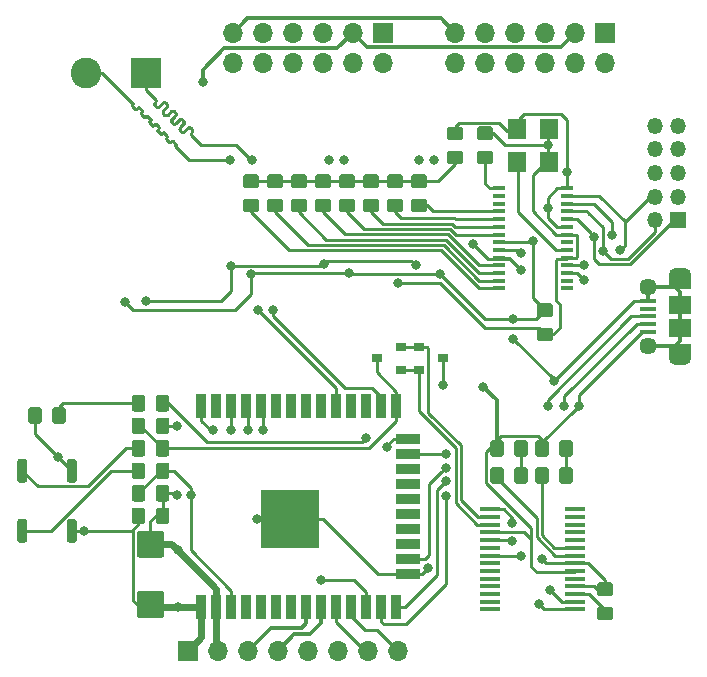
<source format=gbr>
G04 #@! TF.GenerationSoftware,KiCad,Pcbnew,5.1.5+dfsg1-2build2*
G04 #@! TF.CreationDate,2020-08-18T23:14:54+10:00*
G04 #@! TF.ProjectId,sid-board-v3,7369642d-626f-4617-9264-2d76332e6b69,rev?*
G04 #@! TF.SameCoordinates,Original*
G04 #@! TF.FileFunction,Copper,L1,Top*
G04 #@! TF.FilePolarity,Positive*
%FSLAX46Y46*%
G04 Gerber Fmt 4.6, Leading zero omitted, Abs format (unit mm)*
G04 Created by KiCad (PCBNEW 5.1.5+dfsg1-2build2) date 2020-08-18 23:14:54*
%MOMM*%
%LPD*%
G04 APERTURE LIST*
%ADD10O,1.700000X1.700000*%
%ADD11R,1.700000X1.700000*%
%ADD12O,1.350000X1.350000*%
%ADD13R,1.350000X1.350000*%
%ADD14C,0.100000*%
%ADD15R,1.900000X1.200000*%
%ADD16O,1.900000X1.200000*%
%ADD17R,1.900000X1.500000*%
%ADD18C,1.450000*%
%ADD19R,1.350000X0.400000*%
%ADD20C,2.600000*%
%ADD21R,2.600000X2.600000*%
%ADD22R,0.900000X0.800000*%
%ADD23R,0.900000X2.000000*%
%ADD24R,2.000000X0.900000*%
%ADD25R,5.000000X5.000000*%
%ADD26R,1.100000X0.400000*%
%ADD27R,1.750000X0.450000*%
%ADD28R,1.540000X1.800000*%
%ADD29C,0.800000*%
%ADD30C,0.250000*%
%ADD31C,0.350000*%
%ADD32C,0.600000*%
G04 APERTURE END LIST*
D10*
X133604000Y-71755000D03*
X133604000Y-69215000D03*
X136144000Y-71755000D03*
X136144000Y-69215000D03*
X138684000Y-71755000D03*
X138684000Y-69215000D03*
X141224000Y-71755000D03*
X141224000Y-69215000D03*
X143764000Y-71755000D03*
X143764000Y-69215000D03*
X146304000Y-71755000D03*
D11*
X146304000Y-69215000D03*
D12*
X169323000Y-77090000D03*
X171323000Y-77090000D03*
X169323000Y-79090000D03*
X171323000Y-79090000D03*
X169323000Y-81090000D03*
X171323000Y-81090000D03*
X169323000Y-83090000D03*
X171323000Y-83090000D03*
X169323000Y-85090000D03*
D13*
X171323000Y-85090000D03*
D10*
X152400000Y-71755000D03*
X152400000Y-69215000D03*
X154940000Y-71755000D03*
X154940000Y-69215000D03*
X157480000Y-71755000D03*
X157480000Y-69215000D03*
X160020000Y-71755000D03*
X160020000Y-69215000D03*
X162560000Y-71755000D03*
X162560000Y-69215000D03*
X165100000Y-71755000D03*
D11*
X165100000Y-69215000D03*
G04 #@! TA.AperFunction,SMDPad,CuDef*
D14*
G36*
X125943505Y-103695204D02*
G01*
X125967773Y-103698804D01*
X125991572Y-103704765D01*
X126014671Y-103713030D01*
X126036850Y-103723520D01*
X126057893Y-103736132D01*
X126077599Y-103750747D01*
X126095777Y-103767223D01*
X126112253Y-103785401D01*
X126126868Y-103805107D01*
X126139480Y-103826150D01*
X126149970Y-103848329D01*
X126158235Y-103871428D01*
X126164196Y-103895227D01*
X126167796Y-103919495D01*
X126169000Y-103943999D01*
X126169000Y-104844001D01*
X126167796Y-104868505D01*
X126164196Y-104892773D01*
X126158235Y-104916572D01*
X126149970Y-104939671D01*
X126139480Y-104961850D01*
X126126868Y-104982893D01*
X126112253Y-105002599D01*
X126095777Y-105020777D01*
X126077599Y-105037253D01*
X126057893Y-105051868D01*
X126036850Y-105064480D01*
X126014671Y-105074970D01*
X125991572Y-105083235D01*
X125967773Y-105089196D01*
X125943505Y-105092796D01*
X125919001Y-105094000D01*
X125268999Y-105094000D01*
X125244495Y-105092796D01*
X125220227Y-105089196D01*
X125196428Y-105083235D01*
X125173329Y-105074970D01*
X125151150Y-105064480D01*
X125130107Y-105051868D01*
X125110401Y-105037253D01*
X125092223Y-105020777D01*
X125075747Y-105002599D01*
X125061132Y-104982893D01*
X125048520Y-104961850D01*
X125038030Y-104939671D01*
X125029765Y-104916572D01*
X125023804Y-104892773D01*
X125020204Y-104868505D01*
X125019000Y-104844001D01*
X125019000Y-103943999D01*
X125020204Y-103919495D01*
X125023804Y-103895227D01*
X125029765Y-103871428D01*
X125038030Y-103848329D01*
X125048520Y-103826150D01*
X125061132Y-103805107D01*
X125075747Y-103785401D01*
X125092223Y-103767223D01*
X125110401Y-103750747D01*
X125130107Y-103736132D01*
X125151150Y-103723520D01*
X125173329Y-103713030D01*
X125196428Y-103704765D01*
X125220227Y-103698804D01*
X125244495Y-103695204D01*
X125268999Y-103694000D01*
X125919001Y-103694000D01*
X125943505Y-103695204D01*
G37*
G04 #@! TD.AperFunction*
G04 #@! TA.AperFunction,SMDPad,CuDef*
G36*
X127993505Y-103695204D02*
G01*
X128017773Y-103698804D01*
X128041572Y-103704765D01*
X128064671Y-103713030D01*
X128086850Y-103723520D01*
X128107893Y-103736132D01*
X128127599Y-103750747D01*
X128145777Y-103767223D01*
X128162253Y-103785401D01*
X128176868Y-103805107D01*
X128189480Y-103826150D01*
X128199970Y-103848329D01*
X128208235Y-103871428D01*
X128214196Y-103895227D01*
X128217796Y-103919495D01*
X128219000Y-103943999D01*
X128219000Y-104844001D01*
X128217796Y-104868505D01*
X128214196Y-104892773D01*
X128208235Y-104916572D01*
X128199970Y-104939671D01*
X128189480Y-104961850D01*
X128176868Y-104982893D01*
X128162253Y-105002599D01*
X128145777Y-105020777D01*
X128127599Y-105037253D01*
X128107893Y-105051868D01*
X128086850Y-105064480D01*
X128064671Y-105074970D01*
X128041572Y-105083235D01*
X128017773Y-105089196D01*
X127993505Y-105092796D01*
X127969001Y-105094000D01*
X127318999Y-105094000D01*
X127294495Y-105092796D01*
X127270227Y-105089196D01*
X127246428Y-105083235D01*
X127223329Y-105074970D01*
X127201150Y-105064480D01*
X127180107Y-105051868D01*
X127160401Y-105037253D01*
X127142223Y-105020777D01*
X127125747Y-105002599D01*
X127111132Y-104982893D01*
X127098520Y-104961850D01*
X127088030Y-104939671D01*
X127079765Y-104916572D01*
X127073804Y-104892773D01*
X127070204Y-104868505D01*
X127069000Y-104844001D01*
X127069000Y-103943999D01*
X127070204Y-103919495D01*
X127073804Y-103895227D01*
X127079765Y-103871428D01*
X127088030Y-103848329D01*
X127098520Y-103826150D01*
X127111132Y-103805107D01*
X127125747Y-103785401D01*
X127142223Y-103767223D01*
X127160401Y-103750747D01*
X127180107Y-103736132D01*
X127201150Y-103723520D01*
X127223329Y-103713030D01*
X127246428Y-103704765D01*
X127270227Y-103698804D01*
X127294495Y-103695204D01*
X127318999Y-103694000D01*
X127969001Y-103694000D01*
X127993505Y-103695204D01*
G37*
G04 #@! TD.AperFunction*
G04 #@! TA.AperFunction,SMDPad,CuDef*
G36*
X155414505Y-79191204D02*
G01*
X155438773Y-79194804D01*
X155462572Y-79200765D01*
X155485671Y-79209030D01*
X155507850Y-79219520D01*
X155528893Y-79232132D01*
X155548599Y-79246747D01*
X155566777Y-79263223D01*
X155583253Y-79281401D01*
X155597868Y-79301107D01*
X155610480Y-79322150D01*
X155620970Y-79344329D01*
X155629235Y-79367428D01*
X155635196Y-79391227D01*
X155638796Y-79415495D01*
X155640000Y-79439999D01*
X155640000Y-80090001D01*
X155638796Y-80114505D01*
X155635196Y-80138773D01*
X155629235Y-80162572D01*
X155620970Y-80185671D01*
X155610480Y-80207850D01*
X155597868Y-80228893D01*
X155583253Y-80248599D01*
X155566777Y-80266777D01*
X155548599Y-80283253D01*
X155528893Y-80297868D01*
X155507850Y-80310480D01*
X155485671Y-80320970D01*
X155462572Y-80329235D01*
X155438773Y-80335196D01*
X155414505Y-80338796D01*
X155390001Y-80340000D01*
X154489999Y-80340000D01*
X154465495Y-80338796D01*
X154441227Y-80335196D01*
X154417428Y-80329235D01*
X154394329Y-80320970D01*
X154372150Y-80310480D01*
X154351107Y-80297868D01*
X154331401Y-80283253D01*
X154313223Y-80266777D01*
X154296747Y-80248599D01*
X154282132Y-80228893D01*
X154269520Y-80207850D01*
X154259030Y-80185671D01*
X154250765Y-80162572D01*
X154244804Y-80138773D01*
X154241204Y-80114505D01*
X154240000Y-80090001D01*
X154240000Y-79439999D01*
X154241204Y-79415495D01*
X154244804Y-79391227D01*
X154250765Y-79367428D01*
X154259030Y-79344329D01*
X154269520Y-79322150D01*
X154282132Y-79301107D01*
X154296747Y-79281401D01*
X154313223Y-79263223D01*
X154331401Y-79246747D01*
X154351107Y-79232132D01*
X154372150Y-79219520D01*
X154394329Y-79209030D01*
X154417428Y-79200765D01*
X154441227Y-79194804D01*
X154465495Y-79191204D01*
X154489999Y-79190000D01*
X155390001Y-79190000D01*
X155414505Y-79191204D01*
G37*
G04 #@! TD.AperFunction*
G04 #@! TA.AperFunction,SMDPad,CuDef*
G36*
X155414505Y-77141204D02*
G01*
X155438773Y-77144804D01*
X155462572Y-77150765D01*
X155485671Y-77159030D01*
X155507850Y-77169520D01*
X155528893Y-77182132D01*
X155548599Y-77196747D01*
X155566777Y-77213223D01*
X155583253Y-77231401D01*
X155597868Y-77251107D01*
X155610480Y-77272150D01*
X155620970Y-77294329D01*
X155629235Y-77317428D01*
X155635196Y-77341227D01*
X155638796Y-77365495D01*
X155640000Y-77389999D01*
X155640000Y-78040001D01*
X155638796Y-78064505D01*
X155635196Y-78088773D01*
X155629235Y-78112572D01*
X155620970Y-78135671D01*
X155610480Y-78157850D01*
X155597868Y-78178893D01*
X155583253Y-78198599D01*
X155566777Y-78216777D01*
X155548599Y-78233253D01*
X155528893Y-78247868D01*
X155507850Y-78260480D01*
X155485671Y-78270970D01*
X155462572Y-78279235D01*
X155438773Y-78285196D01*
X155414505Y-78288796D01*
X155390001Y-78290000D01*
X154489999Y-78290000D01*
X154465495Y-78288796D01*
X154441227Y-78285196D01*
X154417428Y-78279235D01*
X154394329Y-78270970D01*
X154372150Y-78260480D01*
X154351107Y-78247868D01*
X154331401Y-78233253D01*
X154313223Y-78216777D01*
X154296747Y-78198599D01*
X154282132Y-78178893D01*
X154269520Y-78157850D01*
X154259030Y-78135671D01*
X154250765Y-78112572D01*
X154244804Y-78088773D01*
X154241204Y-78064505D01*
X154240000Y-78040001D01*
X154240000Y-77389999D01*
X154241204Y-77365495D01*
X154244804Y-77341227D01*
X154250765Y-77317428D01*
X154259030Y-77294329D01*
X154269520Y-77272150D01*
X154282132Y-77251107D01*
X154296747Y-77231401D01*
X154313223Y-77213223D01*
X154331401Y-77196747D01*
X154351107Y-77182132D01*
X154372150Y-77169520D01*
X154394329Y-77159030D01*
X154417428Y-77150765D01*
X154441227Y-77144804D01*
X154465495Y-77141204D01*
X154489999Y-77140000D01*
X155390001Y-77140000D01*
X155414505Y-77141204D01*
G37*
G04 #@! TD.AperFunction*
G04 #@! TA.AperFunction,SMDPad,CuDef*
G36*
X127993505Y-99885204D02*
G01*
X128017773Y-99888804D01*
X128041572Y-99894765D01*
X128064671Y-99903030D01*
X128086850Y-99913520D01*
X128107893Y-99926132D01*
X128127599Y-99940747D01*
X128145777Y-99957223D01*
X128162253Y-99975401D01*
X128176868Y-99995107D01*
X128189480Y-100016150D01*
X128199970Y-100038329D01*
X128208235Y-100061428D01*
X128214196Y-100085227D01*
X128217796Y-100109495D01*
X128219000Y-100133999D01*
X128219000Y-101034001D01*
X128217796Y-101058505D01*
X128214196Y-101082773D01*
X128208235Y-101106572D01*
X128199970Y-101129671D01*
X128189480Y-101151850D01*
X128176868Y-101172893D01*
X128162253Y-101192599D01*
X128145777Y-101210777D01*
X128127599Y-101227253D01*
X128107893Y-101241868D01*
X128086850Y-101254480D01*
X128064671Y-101264970D01*
X128041572Y-101273235D01*
X128017773Y-101279196D01*
X127993505Y-101282796D01*
X127969001Y-101284000D01*
X127318999Y-101284000D01*
X127294495Y-101282796D01*
X127270227Y-101279196D01*
X127246428Y-101273235D01*
X127223329Y-101264970D01*
X127201150Y-101254480D01*
X127180107Y-101241868D01*
X127160401Y-101227253D01*
X127142223Y-101210777D01*
X127125747Y-101192599D01*
X127111132Y-101172893D01*
X127098520Y-101151850D01*
X127088030Y-101129671D01*
X127079765Y-101106572D01*
X127073804Y-101082773D01*
X127070204Y-101058505D01*
X127069000Y-101034001D01*
X127069000Y-100133999D01*
X127070204Y-100109495D01*
X127073804Y-100085227D01*
X127079765Y-100061428D01*
X127088030Y-100038329D01*
X127098520Y-100016150D01*
X127111132Y-99995107D01*
X127125747Y-99975401D01*
X127142223Y-99957223D01*
X127160401Y-99940747D01*
X127180107Y-99926132D01*
X127201150Y-99913520D01*
X127223329Y-99903030D01*
X127246428Y-99894765D01*
X127270227Y-99888804D01*
X127294495Y-99885204D01*
X127318999Y-99884000D01*
X127969001Y-99884000D01*
X127993505Y-99885204D01*
G37*
G04 #@! TD.AperFunction*
G04 #@! TA.AperFunction,SMDPad,CuDef*
G36*
X125943505Y-99885204D02*
G01*
X125967773Y-99888804D01*
X125991572Y-99894765D01*
X126014671Y-99903030D01*
X126036850Y-99913520D01*
X126057893Y-99926132D01*
X126077599Y-99940747D01*
X126095777Y-99957223D01*
X126112253Y-99975401D01*
X126126868Y-99995107D01*
X126139480Y-100016150D01*
X126149970Y-100038329D01*
X126158235Y-100061428D01*
X126164196Y-100085227D01*
X126167796Y-100109495D01*
X126169000Y-100133999D01*
X126169000Y-101034001D01*
X126167796Y-101058505D01*
X126164196Y-101082773D01*
X126158235Y-101106572D01*
X126149970Y-101129671D01*
X126139480Y-101151850D01*
X126126868Y-101172893D01*
X126112253Y-101192599D01*
X126095777Y-101210777D01*
X126077599Y-101227253D01*
X126057893Y-101241868D01*
X126036850Y-101254480D01*
X126014671Y-101264970D01*
X125991572Y-101273235D01*
X125967773Y-101279196D01*
X125943505Y-101282796D01*
X125919001Y-101284000D01*
X125268999Y-101284000D01*
X125244495Y-101282796D01*
X125220227Y-101279196D01*
X125196428Y-101273235D01*
X125173329Y-101264970D01*
X125151150Y-101254480D01*
X125130107Y-101241868D01*
X125110401Y-101227253D01*
X125092223Y-101210777D01*
X125075747Y-101192599D01*
X125061132Y-101172893D01*
X125048520Y-101151850D01*
X125038030Y-101129671D01*
X125029765Y-101106572D01*
X125023804Y-101082773D01*
X125020204Y-101058505D01*
X125019000Y-101034001D01*
X125019000Y-100133999D01*
X125020204Y-100109495D01*
X125023804Y-100085227D01*
X125029765Y-100061428D01*
X125038030Y-100038329D01*
X125048520Y-100016150D01*
X125061132Y-99995107D01*
X125075747Y-99975401D01*
X125092223Y-99957223D01*
X125110401Y-99940747D01*
X125130107Y-99926132D01*
X125151150Y-99913520D01*
X125173329Y-99903030D01*
X125196428Y-99894765D01*
X125220227Y-99888804D01*
X125244495Y-99885204D01*
X125268999Y-99884000D01*
X125919001Y-99884000D01*
X125943505Y-99885204D01*
G37*
G04 #@! TD.AperFunction*
G04 #@! TA.AperFunction,SMDPad,CuDef*
G36*
X149826505Y-83255204D02*
G01*
X149850773Y-83258804D01*
X149874572Y-83264765D01*
X149897671Y-83273030D01*
X149919850Y-83283520D01*
X149940893Y-83296132D01*
X149960599Y-83310747D01*
X149978777Y-83327223D01*
X149995253Y-83345401D01*
X150009868Y-83365107D01*
X150022480Y-83386150D01*
X150032970Y-83408329D01*
X150041235Y-83431428D01*
X150047196Y-83455227D01*
X150050796Y-83479495D01*
X150052000Y-83503999D01*
X150052000Y-84154001D01*
X150050796Y-84178505D01*
X150047196Y-84202773D01*
X150041235Y-84226572D01*
X150032970Y-84249671D01*
X150022480Y-84271850D01*
X150009868Y-84292893D01*
X149995253Y-84312599D01*
X149978777Y-84330777D01*
X149960599Y-84347253D01*
X149940893Y-84361868D01*
X149919850Y-84374480D01*
X149897671Y-84384970D01*
X149874572Y-84393235D01*
X149850773Y-84399196D01*
X149826505Y-84402796D01*
X149802001Y-84404000D01*
X148901999Y-84404000D01*
X148877495Y-84402796D01*
X148853227Y-84399196D01*
X148829428Y-84393235D01*
X148806329Y-84384970D01*
X148784150Y-84374480D01*
X148763107Y-84361868D01*
X148743401Y-84347253D01*
X148725223Y-84330777D01*
X148708747Y-84312599D01*
X148694132Y-84292893D01*
X148681520Y-84271850D01*
X148671030Y-84249671D01*
X148662765Y-84226572D01*
X148656804Y-84202773D01*
X148653204Y-84178505D01*
X148652000Y-84154001D01*
X148652000Y-83503999D01*
X148653204Y-83479495D01*
X148656804Y-83455227D01*
X148662765Y-83431428D01*
X148671030Y-83408329D01*
X148681520Y-83386150D01*
X148694132Y-83365107D01*
X148708747Y-83345401D01*
X148725223Y-83327223D01*
X148743401Y-83310747D01*
X148763107Y-83296132D01*
X148784150Y-83283520D01*
X148806329Y-83273030D01*
X148829428Y-83264765D01*
X148853227Y-83258804D01*
X148877495Y-83255204D01*
X148901999Y-83254000D01*
X149802001Y-83254000D01*
X149826505Y-83255204D01*
G37*
G04 #@! TD.AperFunction*
G04 #@! TA.AperFunction,SMDPad,CuDef*
G36*
X149826505Y-81205204D02*
G01*
X149850773Y-81208804D01*
X149874572Y-81214765D01*
X149897671Y-81223030D01*
X149919850Y-81233520D01*
X149940893Y-81246132D01*
X149960599Y-81260747D01*
X149978777Y-81277223D01*
X149995253Y-81295401D01*
X150009868Y-81315107D01*
X150022480Y-81336150D01*
X150032970Y-81358329D01*
X150041235Y-81381428D01*
X150047196Y-81405227D01*
X150050796Y-81429495D01*
X150052000Y-81453999D01*
X150052000Y-82104001D01*
X150050796Y-82128505D01*
X150047196Y-82152773D01*
X150041235Y-82176572D01*
X150032970Y-82199671D01*
X150022480Y-82221850D01*
X150009868Y-82242893D01*
X149995253Y-82262599D01*
X149978777Y-82280777D01*
X149960599Y-82297253D01*
X149940893Y-82311868D01*
X149919850Y-82324480D01*
X149897671Y-82334970D01*
X149874572Y-82343235D01*
X149850773Y-82349196D01*
X149826505Y-82352796D01*
X149802001Y-82354000D01*
X148901999Y-82354000D01*
X148877495Y-82352796D01*
X148853227Y-82349196D01*
X148829428Y-82343235D01*
X148806329Y-82334970D01*
X148784150Y-82324480D01*
X148763107Y-82311868D01*
X148743401Y-82297253D01*
X148725223Y-82280777D01*
X148708747Y-82262599D01*
X148694132Y-82242893D01*
X148681520Y-82221850D01*
X148671030Y-82199671D01*
X148662765Y-82176572D01*
X148656804Y-82152773D01*
X148653204Y-82128505D01*
X148652000Y-82104001D01*
X148652000Y-81453999D01*
X148653204Y-81429495D01*
X148656804Y-81405227D01*
X148662765Y-81381428D01*
X148671030Y-81358329D01*
X148681520Y-81336150D01*
X148694132Y-81315107D01*
X148708747Y-81295401D01*
X148725223Y-81277223D01*
X148743401Y-81260747D01*
X148763107Y-81246132D01*
X148784150Y-81233520D01*
X148806329Y-81223030D01*
X148829428Y-81214765D01*
X148853227Y-81208804D01*
X148877495Y-81205204D01*
X148901999Y-81204000D01*
X149802001Y-81204000D01*
X149826505Y-81205204D01*
G37*
G04 #@! TD.AperFunction*
G04 #@! TA.AperFunction,SMDPad,CuDef*
G36*
X117180505Y-100901204D02*
G01*
X117204773Y-100904804D01*
X117228572Y-100910765D01*
X117251671Y-100919030D01*
X117273850Y-100929520D01*
X117294893Y-100942132D01*
X117314599Y-100956747D01*
X117332777Y-100973223D01*
X117349253Y-100991401D01*
X117363868Y-101011107D01*
X117376480Y-101032150D01*
X117386970Y-101054329D01*
X117395235Y-101077428D01*
X117401196Y-101101227D01*
X117404796Y-101125495D01*
X117406000Y-101149999D01*
X117406000Y-102050001D01*
X117404796Y-102074505D01*
X117401196Y-102098773D01*
X117395235Y-102122572D01*
X117386970Y-102145671D01*
X117376480Y-102167850D01*
X117363868Y-102188893D01*
X117349253Y-102208599D01*
X117332777Y-102226777D01*
X117314599Y-102243253D01*
X117294893Y-102257868D01*
X117273850Y-102270480D01*
X117251671Y-102280970D01*
X117228572Y-102289235D01*
X117204773Y-102295196D01*
X117180505Y-102298796D01*
X117156001Y-102300000D01*
X116505999Y-102300000D01*
X116481495Y-102298796D01*
X116457227Y-102295196D01*
X116433428Y-102289235D01*
X116410329Y-102280970D01*
X116388150Y-102270480D01*
X116367107Y-102257868D01*
X116347401Y-102243253D01*
X116329223Y-102226777D01*
X116312747Y-102208599D01*
X116298132Y-102188893D01*
X116285520Y-102167850D01*
X116275030Y-102145671D01*
X116266765Y-102122572D01*
X116260804Y-102098773D01*
X116257204Y-102074505D01*
X116256000Y-102050001D01*
X116256000Y-101149999D01*
X116257204Y-101125495D01*
X116260804Y-101101227D01*
X116266765Y-101077428D01*
X116275030Y-101054329D01*
X116285520Y-101032150D01*
X116298132Y-101011107D01*
X116312747Y-100991401D01*
X116329223Y-100973223D01*
X116347401Y-100956747D01*
X116367107Y-100942132D01*
X116388150Y-100929520D01*
X116410329Y-100919030D01*
X116433428Y-100910765D01*
X116457227Y-100904804D01*
X116481495Y-100901204D01*
X116505999Y-100900000D01*
X117156001Y-100900000D01*
X117180505Y-100901204D01*
G37*
G04 #@! TD.AperFunction*
G04 #@! TA.AperFunction,SMDPad,CuDef*
G36*
X119230505Y-100901204D02*
G01*
X119254773Y-100904804D01*
X119278572Y-100910765D01*
X119301671Y-100919030D01*
X119323850Y-100929520D01*
X119344893Y-100942132D01*
X119364599Y-100956747D01*
X119382777Y-100973223D01*
X119399253Y-100991401D01*
X119413868Y-101011107D01*
X119426480Y-101032150D01*
X119436970Y-101054329D01*
X119445235Y-101077428D01*
X119451196Y-101101227D01*
X119454796Y-101125495D01*
X119456000Y-101149999D01*
X119456000Y-102050001D01*
X119454796Y-102074505D01*
X119451196Y-102098773D01*
X119445235Y-102122572D01*
X119436970Y-102145671D01*
X119426480Y-102167850D01*
X119413868Y-102188893D01*
X119399253Y-102208599D01*
X119382777Y-102226777D01*
X119364599Y-102243253D01*
X119344893Y-102257868D01*
X119323850Y-102270480D01*
X119301671Y-102280970D01*
X119278572Y-102289235D01*
X119254773Y-102295196D01*
X119230505Y-102298796D01*
X119206001Y-102300000D01*
X118555999Y-102300000D01*
X118531495Y-102298796D01*
X118507227Y-102295196D01*
X118483428Y-102289235D01*
X118460329Y-102280970D01*
X118438150Y-102270480D01*
X118417107Y-102257868D01*
X118397401Y-102243253D01*
X118379223Y-102226777D01*
X118362747Y-102208599D01*
X118348132Y-102188893D01*
X118335520Y-102167850D01*
X118325030Y-102145671D01*
X118316765Y-102122572D01*
X118310804Y-102098773D01*
X118307204Y-102074505D01*
X118306000Y-102050001D01*
X118306000Y-101149999D01*
X118307204Y-101125495D01*
X118310804Y-101101227D01*
X118316765Y-101077428D01*
X118325030Y-101054329D01*
X118335520Y-101032150D01*
X118348132Y-101011107D01*
X118362747Y-100991401D01*
X118379223Y-100973223D01*
X118397401Y-100956747D01*
X118417107Y-100942132D01*
X118438150Y-100929520D01*
X118460329Y-100919030D01*
X118483428Y-100910765D01*
X118507227Y-100904804D01*
X118531495Y-100901204D01*
X118555999Y-100900000D01*
X119206001Y-100900000D01*
X119230505Y-100901204D01*
G37*
G04 #@! TD.AperFunction*
G04 #@! TA.AperFunction,SMDPad,CuDef*
G36*
X135602505Y-83255204D02*
G01*
X135626773Y-83258804D01*
X135650572Y-83264765D01*
X135673671Y-83273030D01*
X135695850Y-83283520D01*
X135716893Y-83296132D01*
X135736599Y-83310747D01*
X135754777Y-83327223D01*
X135771253Y-83345401D01*
X135785868Y-83365107D01*
X135798480Y-83386150D01*
X135808970Y-83408329D01*
X135817235Y-83431428D01*
X135823196Y-83455227D01*
X135826796Y-83479495D01*
X135828000Y-83503999D01*
X135828000Y-84154001D01*
X135826796Y-84178505D01*
X135823196Y-84202773D01*
X135817235Y-84226572D01*
X135808970Y-84249671D01*
X135798480Y-84271850D01*
X135785868Y-84292893D01*
X135771253Y-84312599D01*
X135754777Y-84330777D01*
X135736599Y-84347253D01*
X135716893Y-84361868D01*
X135695850Y-84374480D01*
X135673671Y-84384970D01*
X135650572Y-84393235D01*
X135626773Y-84399196D01*
X135602505Y-84402796D01*
X135578001Y-84404000D01*
X134677999Y-84404000D01*
X134653495Y-84402796D01*
X134629227Y-84399196D01*
X134605428Y-84393235D01*
X134582329Y-84384970D01*
X134560150Y-84374480D01*
X134539107Y-84361868D01*
X134519401Y-84347253D01*
X134501223Y-84330777D01*
X134484747Y-84312599D01*
X134470132Y-84292893D01*
X134457520Y-84271850D01*
X134447030Y-84249671D01*
X134438765Y-84226572D01*
X134432804Y-84202773D01*
X134429204Y-84178505D01*
X134428000Y-84154001D01*
X134428000Y-83503999D01*
X134429204Y-83479495D01*
X134432804Y-83455227D01*
X134438765Y-83431428D01*
X134447030Y-83408329D01*
X134457520Y-83386150D01*
X134470132Y-83365107D01*
X134484747Y-83345401D01*
X134501223Y-83327223D01*
X134519401Y-83310747D01*
X134539107Y-83296132D01*
X134560150Y-83283520D01*
X134582329Y-83273030D01*
X134605428Y-83264765D01*
X134629227Y-83258804D01*
X134653495Y-83255204D01*
X134677999Y-83254000D01*
X135578001Y-83254000D01*
X135602505Y-83255204D01*
G37*
G04 #@! TD.AperFunction*
G04 #@! TA.AperFunction,SMDPad,CuDef*
G36*
X135602505Y-81205204D02*
G01*
X135626773Y-81208804D01*
X135650572Y-81214765D01*
X135673671Y-81223030D01*
X135695850Y-81233520D01*
X135716893Y-81246132D01*
X135736599Y-81260747D01*
X135754777Y-81277223D01*
X135771253Y-81295401D01*
X135785868Y-81315107D01*
X135798480Y-81336150D01*
X135808970Y-81358329D01*
X135817235Y-81381428D01*
X135823196Y-81405227D01*
X135826796Y-81429495D01*
X135828000Y-81453999D01*
X135828000Y-82104001D01*
X135826796Y-82128505D01*
X135823196Y-82152773D01*
X135817235Y-82176572D01*
X135808970Y-82199671D01*
X135798480Y-82221850D01*
X135785868Y-82242893D01*
X135771253Y-82262599D01*
X135754777Y-82280777D01*
X135736599Y-82297253D01*
X135716893Y-82311868D01*
X135695850Y-82324480D01*
X135673671Y-82334970D01*
X135650572Y-82343235D01*
X135626773Y-82349196D01*
X135602505Y-82352796D01*
X135578001Y-82354000D01*
X134677999Y-82354000D01*
X134653495Y-82352796D01*
X134629227Y-82349196D01*
X134605428Y-82343235D01*
X134582329Y-82334970D01*
X134560150Y-82324480D01*
X134539107Y-82311868D01*
X134519401Y-82297253D01*
X134501223Y-82280777D01*
X134484747Y-82262599D01*
X134470132Y-82242893D01*
X134457520Y-82221850D01*
X134447030Y-82199671D01*
X134438765Y-82176572D01*
X134432804Y-82152773D01*
X134429204Y-82128505D01*
X134428000Y-82104001D01*
X134428000Y-81453999D01*
X134429204Y-81429495D01*
X134432804Y-81405227D01*
X134438765Y-81381428D01*
X134447030Y-81358329D01*
X134457520Y-81336150D01*
X134470132Y-81315107D01*
X134484747Y-81295401D01*
X134501223Y-81277223D01*
X134519401Y-81260747D01*
X134539107Y-81246132D01*
X134560150Y-81233520D01*
X134582329Y-81223030D01*
X134605428Y-81214765D01*
X134629227Y-81208804D01*
X134653495Y-81205204D01*
X134677999Y-81204000D01*
X135578001Y-81204000D01*
X135602505Y-81205204D01*
G37*
G04 #@! TD.AperFunction*
D15*
X171417500Y-96118000D03*
X171417500Y-90318000D03*
D16*
X171417500Y-89718000D03*
X171417500Y-96718000D03*
D17*
X171417500Y-94218000D03*
D18*
X168717500Y-90718000D03*
D19*
X168717500Y-93218000D03*
X168717500Y-92568000D03*
X168717500Y-91918000D03*
X168717500Y-94518000D03*
X168717500Y-93868000D03*
D18*
X168717500Y-95718000D03*
D17*
X171417500Y-92218000D03*
G04 #@! TA.AperFunction,SMDPad,CuDef*
D14*
G36*
X137634505Y-81205204D02*
G01*
X137658773Y-81208804D01*
X137682572Y-81214765D01*
X137705671Y-81223030D01*
X137727850Y-81233520D01*
X137748893Y-81246132D01*
X137768599Y-81260747D01*
X137786777Y-81277223D01*
X137803253Y-81295401D01*
X137817868Y-81315107D01*
X137830480Y-81336150D01*
X137840970Y-81358329D01*
X137849235Y-81381428D01*
X137855196Y-81405227D01*
X137858796Y-81429495D01*
X137860000Y-81453999D01*
X137860000Y-82104001D01*
X137858796Y-82128505D01*
X137855196Y-82152773D01*
X137849235Y-82176572D01*
X137840970Y-82199671D01*
X137830480Y-82221850D01*
X137817868Y-82242893D01*
X137803253Y-82262599D01*
X137786777Y-82280777D01*
X137768599Y-82297253D01*
X137748893Y-82311868D01*
X137727850Y-82324480D01*
X137705671Y-82334970D01*
X137682572Y-82343235D01*
X137658773Y-82349196D01*
X137634505Y-82352796D01*
X137610001Y-82354000D01*
X136709999Y-82354000D01*
X136685495Y-82352796D01*
X136661227Y-82349196D01*
X136637428Y-82343235D01*
X136614329Y-82334970D01*
X136592150Y-82324480D01*
X136571107Y-82311868D01*
X136551401Y-82297253D01*
X136533223Y-82280777D01*
X136516747Y-82262599D01*
X136502132Y-82242893D01*
X136489520Y-82221850D01*
X136479030Y-82199671D01*
X136470765Y-82176572D01*
X136464804Y-82152773D01*
X136461204Y-82128505D01*
X136460000Y-82104001D01*
X136460000Y-81453999D01*
X136461204Y-81429495D01*
X136464804Y-81405227D01*
X136470765Y-81381428D01*
X136479030Y-81358329D01*
X136489520Y-81336150D01*
X136502132Y-81315107D01*
X136516747Y-81295401D01*
X136533223Y-81277223D01*
X136551401Y-81260747D01*
X136571107Y-81246132D01*
X136592150Y-81233520D01*
X136614329Y-81223030D01*
X136637428Y-81214765D01*
X136661227Y-81208804D01*
X136685495Y-81205204D01*
X136709999Y-81204000D01*
X137610001Y-81204000D01*
X137634505Y-81205204D01*
G37*
G04 #@! TD.AperFunction*
G04 #@! TA.AperFunction,SMDPad,CuDef*
G36*
X137634505Y-83255204D02*
G01*
X137658773Y-83258804D01*
X137682572Y-83264765D01*
X137705671Y-83273030D01*
X137727850Y-83283520D01*
X137748893Y-83296132D01*
X137768599Y-83310747D01*
X137786777Y-83327223D01*
X137803253Y-83345401D01*
X137817868Y-83365107D01*
X137830480Y-83386150D01*
X137840970Y-83408329D01*
X137849235Y-83431428D01*
X137855196Y-83455227D01*
X137858796Y-83479495D01*
X137860000Y-83503999D01*
X137860000Y-84154001D01*
X137858796Y-84178505D01*
X137855196Y-84202773D01*
X137849235Y-84226572D01*
X137840970Y-84249671D01*
X137830480Y-84271850D01*
X137817868Y-84292893D01*
X137803253Y-84312599D01*
X137786777Y-84330777D01*
X137768599Y-84347253D01*
X137748893Y-84361868D01*
X137727850Y-84374480D01*
X137705671Y-84384970D01*
X137682572Y-84393235D01*
X137658773Y-84399196D01*
X137634505Y-84402796D01*
X137610001Y-84404000D01*
X136709999Y-84404000D01*
X136685495Y-84402796D01*
X136661227Y-84399196D01*
X136637428Y-84393235D01*
X136614329Y-84384970D01*
X136592150Y-84374480D01*
X136571107Y-84361868D01*
X136551401Y-84347253D01*
X136533223Y-84330777D01*
X136516747Y-84312599D01*
X136502132Y-84292893D01*
X136489520Y-84271850D01*
X136479030Y-84249671D01*
X136470765Y-84226572D01*
X136464804Y-84202773D01*
X136461204Y-84178505D01*
X136460000Y-84154001D01*
X136460000Y-83503999D01*
X136461204Y-83479495D01*
X136464804Y-83455227D01*
X136470765Y-83431428D01*
X136479030Y-83408329D01*
X136489520Y-83386150D01*
X136502132Y-83365107D01*
X136516747Y-83345401D01*
X136533223Y-83327223D01*
X136551401Y-83310747D01*
X136571107Y-83296132D01*
X136592150Y-83283520D01*
X136614329Y-83273030D01*
X136637428Y-83264765D01*
X136661227Y-83258804D01*
X136685495Y-83255204D01*
X136709999Y-83254000D01*
X137610001Y-83254000D01*
X137634505Y-83255204D01*
G37*
G04 #@! TD.AperFunction*
D20*
X121158000Y-72644000D03*
D21*
X126238000Y-72644000D03*
D22*
X151368000Y-96774000D03*
X149368000Y-97724000D03*
X149368000Y-95824000D03*
X147812000Y-97724000D03*
X147812000Y-95824000D03*
X145812000Y-96774000D03*
G04 #@! TA.AperFunction,SMDPad,CuDef*
D14*
G36*
X127993505Y-107505204D02*
G01*
X128017773Y-107508804D01*
X128041572Y-107514765D01*
X128064671Y-107523030D01*
X128086850Y-107533520D01*
X128107893Y-107546132D01*
X128127599Y-107560747D01*
X128145777Y-107577223D01*
X128162253Y-107595401D01*
X128176868Y-107615107D01*
X128189480Y-107636150D01*
X128199970Y-107658329D01*
X128208235Y-107681428D01*
X128214196Y-107705227D01*
X128217796Y-107729495D01*
X128219000Y-107753999D01*
X128219000Y-108654001D01*
X128217796Y-108678505D01*
X128214196Y-108702773D01*
X128208235Y-108726572D01*
X128199970Y-108749671D01*
X128189480Y-108771850D01*
X128176868Y-108792893D01*
X128162253Y-108812599D01*
X128145777Y-108830777D01*
X128127599Y-108847253D01*
X128107893Y-108861868D01*
X128086850Y-108874480D01*
X128064671Y-108884970D01*
X128041572Y-108893235D01*
X128017773Y-108899196D01*
X127993505Y-108902796D01*
X127969001Y-108904000D01*
X127318999Y-108904000D01*
X127294495Y-108902796D01*
X127270227Y-108899196D01*
X127246428Y-108893235D01*
X127223329Y-108884970D01*
X127201150Y-108874480D01*
X127180107Y-108861868D01*
X127160401Y-108847253D01*
X127142223Y-108830777D01*
X127125747Y-108812599D01*
X127111132Y-108792893D01*
X127098520Y-108771850D01*
X127088030Y-108749671D01*
X127079765Y-108726572D01*
X127073804Y-108702773D01*
X127070204Y-108678505D01*
X127069000Y-108654001D01*
X127069000Y-107753999D01*
X127070204Y-107729495D01*
X127073804Y-107705227D01*
X127079765Y-107681428D01*
X127088030Y-107658329D01*
X127098520Y-107636150D01*
X127111132Y-107615107D01*
X127125747Y-107595401D01*
X127142223Y-107577223D01*
X127160401Y-107560747D01*
X127180107Y-107546132D01*
X127201150Y-107533520D01*
X127223329Y-107523030D01*
X127246428Y-107514765D01*
X127270227Y-107508804D01*
X127294495Y-107505204D01*
X127318999Y-107504000D01*
X127969001Y-107504000D01*
X127993505Y-107505204D01*
G37*
G04 #@! TD.AperFunction*
G04 #@! TA.AperFunction,SMDPad,CuDef*
G36*
X125943505Y-107505204D02*
G01*
X125967773Y-107508804D01*
X125991572Y-107514765D01*
X126014671Y-107523030D01*
X126036850Y-107533520D01*
X126057893Y-107546132D01*
X126077599Y-107560747D01*
X126095777Y-107577223D01*
X126112253Y-107595401D01*
X126126868Y-107615107D01*
X126139480Y-107636150D01*
X126149970Y-107658329D01*
X126158235Y-107681428D01*
X126164196Y-107705227D01*
X126167796Y-107729495D01*
X126169000Y-107753999D01*
X126169000Y-108654001D01*
X126167796Y-108678505D01*
X126164196Y-108702773D01*
X126158235Y-108726572D01*
X126149970Y-108749671D01*
X126139480Y-108771850D01*
X126126868Y-108792893D01*
X126112253Y-108812599D01*
X126095777Y-108830777D01*
X126077599Y-108847253D01*
X126057893Y-108861868D01*
X126036850Y-108874480D01*
X126014671Y-108884970D01*
X125991572Y-108893235D01*
X125967773Y-108899196D01*
X125943505Y-108902796D01*
X125919001Y-108904000D01*
X125268999Y-108904000D01*
X125244495Y-108902796D01*
X125220227Y-108899196D01*
X125196428Y-108893235D01*
X125173329Y-108884970D01*
X125151150Y-108874480D01*
X125130107Y-108861868D01*
X125110401Y-108847253D01*
X125092223Y-108830777D01*
X125075747Y-108812599D01*
X125061132Y-108792893D01*
X125048520Y-108771850D01*
X125038030Y-108749671D01*
X125029765Y-108726572D01*
X125023804Y-108702773D01*
X125020204Y-108678505D01*
X125019000Y-108654001D01*
X125019000Y-107753999D01*
X125020204Y-107729495D01*
X125023804Y-107705227D01*
X125029765Y-107681428D01*
X125038030Y-107658329D01*
X125048520Y-107636150D01*
X125061132Y-107615107D01*
X125075747Y-107595401D01*
X125092223Y-107577223D01*
X125110401Y-107560747D01*
X125130107Y-107546132D01*
X125151150Y-107533520D01*
X125173329Y-107523030D01*
X125196428Y-107514765D01*
X125220227Y-107508804D01*
X125244495Y-107505204D01*
X125268999Y-107504000D01*
X125919001Y-107504000D01*
X125943505Y-107505204D01*
G37*
G04 #@! TD.AperFunction*
G04 #@! TA.AperFunction,SMDPad,CuDef*
G36*
X156296505Y-103695204D02*
G01*
X156320773Y-103698804D01*
X156344572Y-103704765D01*
X156367671Y-103713030D01*
X156389850Y-103723520D01*
X156410893Y-103736132D01*
X156430599Y-103750747D01*
X156448777Y-103767223D01*
X156465253Y-103785401D01*
X156479868Y-103805107D01*
X156492480Y-103826150D01*
X156502970Y-103848329D01*
X156511235Y-103871428D01*
X156517196Y-103895227D01*
X156520796Y-103919495D01*
X156522000Y-103943999D01*
X156522000Y-104844001D01*
X156520796Y-104868505D01*
X156517196Y-104892773D01*
X156511235Y-104916572D01*
X156502970Y-104939671D01*
X156492480Y-104961850D01*
X156479868Y-104982893D01*
X156465253Y-105002599D01*
X156448777Y-105020777D01*
X156430599Y-105037253D01*
X156410893Y-105051868D01*
X156389850Y-105064480D01*
X156367671Y-105074970D01*
X156344572Y-105083235D01*
X156320773Y-105089196D01*
X156296505Y-105092796D01*
X156272001Y-105094000D01*
X155621999Y-105094000D01*
X155597495Y-105092796D01*
X155573227Y-105089196D01*
X155549428Y-105083235D01*
X155526329Y-105074970D01*
X155504150Y-105064480D01*
X155483107Y-105051868D01*
X155463401Y-105037253D01*
X155445223Y-105020777D01*
X155428747Y-105002599D01*
X155414132Y-104982893D01*
X155401520Y-104961850D01*
X155391030Y-104939671D01*
X155382765Y-104916572D01*
X155376804Y-104892773D01*
X155373204Y-104868505D01*
X155372000Y-104844001D01*
X155372000Y-103943999D01*
X155373204Y-103919495D01*
X155376804Y-103895227D01*
X155382765Y-103871428D01*
X155391030Y-103848329D01*
X155401520Y-103826150D01*
X155414132Y-103805107D01*
X155428747Y-103785401D01*
X155445223Y-103767223D01*
X155463401Y-103750747D01*
X155483107Y-103736132D01*
X155504150Y-103723520D01*
X155526329Y-103713030D01*
X155549428Y-103704765D01*
X155573227Y-103698804D01*
X155597495Y-103695204D01*
X155621999Y-103694000D01*
X156272001Y-103694000D01*
X156296505Y-103695204D01*
G37*
G04 #@! TD.AperFunction*
G04 #@! TA.AperFunction,SMDPad,CuDef*
G36*
X158346505Y-103695204D02*
G01*
X158370773Y-103698804D01*
X158394572Y-103704765D01*
X158417671Y-103713030D01*
X158439850Y-103723520D01*
X158460893Y-103736132D01*
X158480599Y-103750747D01*
X158498777Y-103767223D01*
X158515253Y-103785401D01*
X158529868Y-103805107D01*
X158542480Y-103826150D01*
X158552970Y-103848329D01*
X158561235Y-103871428D01*
X158567196Y-103895227D01*
X158570796Y-103919495D01*
X158572000Y-103943999D01*
X158572000Y-104844001D01*
X158570796Y-104868505D01*
X158567196Y-104892773D01*
X158561235Y-104916572D01*
X158552970Y-104939671D01*
X158542480Y-104961850D01*
X158529868Y-104982893D01*
X158515253Y-105002599D01*
X158498777Y-105020777D01*
X158480599Y-105037253D01*
X158460893Y-105051868D01*
X158439850Y-105064480D01*
X158417671Y-105074970D01*
X158394572Y-105083235D01*
X158370773Y-105089196D01*
X158346505Y-105092796D01*
X158322001Y-105094000D01*
X157671999Y-105094000D01*
X157647495Y-105092796D01*
X157623227Y-105089196D01*
X157599428Y-105083235D01*
X157576329Y-105074970D01*
X157554150Y-105064480D01*
X157533107Y-105051868D01*
X157513401Y-105037253D01*
X157495223Y-105020777D01*
X157478747Y-105002599D01*
X157464132Y-104982893D01*
X157451520Y-104961850D01*
X157441030Y-104939671D01*
X157432765Y-104916572D01*
X157426804Y-104892773D01*
X157423204Y-104868505D01*
X157422000Y-104844001D01*
X157422000Y-103943999D01*
X157423204Y-103919495D01*
X157426804Y-103895227D01*
X157432765Y-103871428D01*
X157441030Y-103848329D01*
X157451520Y-103826150D01*
X157464132Y-103805107D01*
X157478747Y-103785401D01*
X157495223Y-103767223D01*
X157513401Y-103750747D01*
X157533107Y-103736132D01*
X157554150Y-103723520D01*
X157576329Y-103713030D01*
X157599428Y-103704765D01*
X157623227Y-103698804D01*
X157647495Y-103695204D01*
X157671999Y-103694000D01*
X158322001Y-103694000D01*
X158346505Y-103695204D01*
G37*
G04 #@! TD.AperFunction*
G04 #@! TA.AperFunction,SMDPad,CuDef*
G36*
X156296505Y-105981204D02*
G01*
X156320773Y-105984804D01*
X156344572Y-105990765D01*
X156367671Y-105999030D01*
X156389850Y-106009520D01*
X156410893Y-106022132D01*
X156430599Y-106036747D01*
X156448777Y-106053223D01*
X156465253Y-106071401D01*
X156479868Y-106091107D01*
X156492480Y-106112150D01*
X156502970Y-106134329D01*
X156511235Y-106157428D01*
X156517196Y-106181227D01*
X156520796Y-106205495D01*
X156522000Y-106229999D01*
X156522000Y-107130001D01*
X156520796Y-107154505D01*
X156517196Y-107178773D01*
X156511235Y-107202572D01*
X156502970Y-107225671D01*
X156492480Y-107247850D01*
X156479868Y-107268893D01*
X156465253Y-107288599D01*
X156448777Y-107306777D01*
X156430599Y-107323253D01*
X156410893Y-107337868D01*
X156389850Y-107350480D01*
X156367671Y-107360970D01*
X156344572Y-107369235D01*
X156320773Y-107375196D01*
X156296505Y-107378796D01*
X156272001Y-107380000D01*
X155621999Y-107380000D01*
X155597495Y-107378796D01*
X155573227Y-107375196D01*
X155549428Y-107369235D01*
X155526329Y-107360970D01*
X155504150Y-107350480D01*
X155483107Y-107337868D01*
X155463401Y-107323253D01*
X155445223Y-107306777D01*
X155428747Y-107288599D01*
X155414132Y-107268893D01*
X155401520Y-107247850D01*
X155391030Y-107225671D01*
X155382765Y-107202572D01*
X155376804Y-107178773D01*
X155373204Y-107154505D01*
X155372000Y-107130001D01*
X155372000Y-106229999D01*
X155373204Y-106205495D01*
X155376804Y-106181227D01*
X155382765Y-106157428D01*
X155391030Y-106134329D01*
X155401520Y-106112150D01*
X155414132Y-106091107D01*
X155428747Y-106071401D01*
X155445223Y-106053223D01*
X155463401Y-106036747D01*
X155483107Y-106022132D01*
X155504150Y-106009520D01*
X155526329Y-105999030D01*
X155549428Y-105990765D01*
X155573227Y-105984804D01*
X155597495Y-105981204D01*
X155621999Y-105980000D01*
X156272001Y-105980000D01*
X156296505Y-105981204D01*
G37*
G04 #@! TD.AperFunction*
G04 #@! TA.AperFunction,SMDPad,CuDef*
G36*
X158346505Y-105981204D02*
G01*
X158370773Y-105984804D01*
X158394572Y-105990765D01*
X158417671Y-105999030D01*
X158439850Y-106009520D01*
X158460893Y-106022132D01*
X158480599Y-106036747D01*
X158498777Y-106053223D01*
X158515253Y-106071401D01*
X158529868Y-106091107D01*
X158542480Y-106112150D01*
X158552970Y-106134329D01*
X158561235Y-106157428D01*
X158567196Y-106181227D01*
X158570796Y-106205495D01*
X158572000Y-106229999D01*
X158572000Y-107130001D01*
X158570796Y-107154505D01*
X158567196Y-107178773D01*
X158561235Y-107202572D01*
X158552970Y-107225671D01*
X158542480Y-107247850D01*
X158529868Y-107268893D01*
X158515253Y-107288599D01*
X158498777Y-107306777D01*
X158480599Y-107323253D01*
X158460893Y-107337868D01*
X158439850Y-107350480D01*
X158417671Y-107360970D01*
X158394572Y-107369235D01*
X158370773Y-107375196D01*
X158346505Y-107378796D01*
X158322001Y-107380000D01*
X157671999Y-107380000D01*
X157647495Y-107378796D01*
X157623227Y-107375196D01*
X157599428Y-107369235D01*
X157576329Y-107360970D01*
X157554150Y-107350480D01*
X157533107Y-107337868D01*
X157513401Y-107323253D01*
X157495223Y-107306777D01*
X157478747Y-107288599D01*
X157464132Y-107268893D01*
X157451520Y-107247850D01*
X157441030Y-107225671D01*
X157432765Y-107202572D01*
X157426804Y-107178773D01*
X157423204Y-107154505D01*
X157422000Y-107130001D01*
X157422000Y-106229999D01*
X157423204Y-106205495D01*
X157426804Y-106181227D01*
X157432765Y-106157428D01*
X157441030Y-106134329D01*
X157451520Y-106112150D01*
X157464132Y-106091107D01*
X157478747Y-106071401D01*
X157495223Y-106053223D01*
X157513401Y-106036747D01*
X157533107Y-106022132D01*
X157554150Y-106009520D01*
X157576329Y-105999030D01*
X157599428Y-105990765D01*
X157623227Y-105984804D01*
X157647495Y-105981204D01*
X157671999Y-105980000D01*
X158322001Y-105980000D01*
X158346505Y-105981204D01*
G37*
G04 #@! TD.AperFunction*
G04 #@! TA.AperFunction,SMDPad,CuDef*
G36*
X127993505Y-101790204D02*
G01*
X128017773Y-101793804D01*
X128041572Y-101799765D01*
X128064671Y-101808030D01*
X128086850Y-101818520D01*
X128107893Y-101831132D01*
X128127599Y-101845747D01*
X128145777Y-101862223D01*
X128162253Y-101880401D01*
X128176868Y-101900107D01*
X128189480Y-101921150D01*
X128199970Y-101943329D01*
X128208235Y-101966428D01*
X128214196Y-101990227D01*
X128217796Y-102014495D01*
X128219000Y-102038999D01*
X128219000Y-102939001D01*
X128217796Y-102963505D01*
X128214196Y-102987773D01*
X128208235Y-103011572D01*
X128199970Y-103034671D01*
X128189480Y-103056850D01*
X128176868Y-103077893D01*
X128162253Y-103097599D01*
X128145777Y-103115777D01*
X128127599Y-103132253D01*
X128107893Y-103146868D01*
X128086850Y-103159480D01*
X128064671Y-103169970D01*
X128041572Y-103178235D01*
X128017773Y-103184196D01*
X127993505Y-103187796D01*
X127969001Y-103189000D01*
X127318999Y-103189000D01*
X127294495Y-103187796D01*
X127270227Y-103184196D01*
X127246428Y-103178235D01*
X127223329Y-103169970D01*
X127201150Y-103159480D01*
X127180107Y-103146868D01*
X127160401Y-103132253D01*
X127142223Y-103115777D01*
X127125747Y-103097599D01*
X127111132Y-103077893D01*
X127098520Y-103056850D01*
X127088030Y-103034671D01*
X127079765Y-103011572D01*
X127073804Y-102987773D01*
X127070204Y-102963505D01*
X127069000Y-102939001D01*
X127069000Y-102038999D01*
X127070204Y-102014495D01*
X127073804Y-101990227D01*
X127079765Y-101966428D01*
X127088030Y-101943329D01*
X127098520Y-101921150D01*
X127111132Y-101900107D01*
X127125747Y-101880401D01*
X127142223Y-101862223D01*
X127160401Y-101845747D01*
X127180107Y-101831132D01*
X127201150Y-101818520D01*
X127223329Y-101808030D01*
X127246428Y-101799765D01*
X127270227Y-101793804D01*
X127294495Y-101790204D01*
X127318999Y-101789000D01*
X127969001Y-101789000D01*
X127993505Y-101790204D01*
G37*
G04 #@! TD.AperFunction*
G04 #@! TA.AperFunction,SMDPad,CuDef*
G36*
X125943505Y-101790204D02*
G01*
X125967773Y-101793804D01*
X125991572Y-101799765D01*
X126014671Y-101808030D01*
X126036850Y-101818520D01*
X126057893Y-101831132D01*
X126077599Y-101845747D01*
X126095777Y-101862223D01*
X126112253Y-101880401D01*
X126126868Y-101900107D01*
X126139480Y-101921150D01*
X126149970Y-101943329D01*
X126158235Y-101966428D01*
X126164196Y-101990227D01*
X126167796Y-102014495D01*
X126169000Y-102038999D01*
X126169000Y-102939001D01*
X126167796Y-102963505D01*
X126164196Y-102987773D01*
X126158235Y-103011572D01*
X126149970Y-103034671D01*
X126139480Y-103056850D01*
X126126868Y-103077893D01*
X126112253Y-103097599D01*
X126095777Y-103115777D01*
X126077599Y-103132253D01*
X126057893Y-103146868D01*
X126036850Y-103159480D01*
X126014671Y-103169970D01*
X125991572Y-103178235D01*
X125967773Y-103184196D01*
X125943505Y-103187796D01*
X125919001Y-103189000D01*
X125268999Y-103189000D01*
X125244495Y-103187796D01*
X125220227Y-103184196D01*
X125196428Y-103178235D01*
X125173329Y-103169970D01*
X125151150Y-103159480D01*
X125130107Y-103146868D01*
X125110401Y-103132253D01*
X125092223Y-103115777D01*
X125075747Y-103097599D01*
X125061132Y-103077893D01*
X125048520Y-103056850D01*
X125038030Y-103034671D01*
X125029765Y-103011572D01*
X125023804Y-102987773D01*
X125020204Y-102963505D01*
X125019000Y-102939001D01*
X125019000Y-102038999D01*
X125020204Y-102014495D01*
X125023804Y-101990227D01*
X125029765Y-101966428D01*
X125038030Y-101943329D01*
X125048520Y-101921150D01*
X125061132Y-101900107D01*
X125075747Y-101880401D01*
X125092223Y-101862223D01*
X125110401Y-101845747D01*
X125130107Y-101831132D01*
X125151150Y-101818520D01*
X125173329Y-101808030D01*
X125196428Y-101799765D01*
X125220227Y-101793804D01*
X125244495Y-101790204D01*
X125268999Y-101789000D01*
X125919001Y-101789000D01*
X125943505Y-101790204D01*
G37*
G04 #@! TD.AperFunction*
D23*
X130937000Y-100847000D03*
X132207000Y-100847000D03*
X133477000Y-100847000D03*
X134747000Y-100847000D03*
X136017000Y-100847000D03*
X137287000Y-100847000D03*
X138557000Y-100847000D03*
X139827000Y-100847000D03*
X141097000Y-100847000D03*
X142367000Y-100847000D03*
X143637000Y-100847000D03*
X144907000Y-100847000D03*
X146177000Y-100847000D03*
X147447000Y-100847000D03*
D24*
X148447000Y-103632000D03*
X148447000Y-104902000D03*
X148447000Y-106172000D03*
X148447000Y-107442000D03*
X148447000Y-108712000D03*
X148447000Y-109982000D03*
X148447000Y-111252000D03*
X148447000Y-112522000D03*
X148447000Y-113792000D03*
X148447000Y-115062000D03*
D23*
X147447000Y-117847000D03*
X146177000Y-117847000D03*
X144907000Y-117847000D03*
X143637000Y-117847000D03*
X142367000Y-117847000D03*
X141097000Y-117847000D03*
X139827000Y-117847000D03*
X138557000Y-117847000D03*
X137287000Y-117847000D03*
X136017000Y-117847000D03*
X134747000Y-117847000D03*
X133477000Y-117847000D03*
X132207000Y-117847000D03*
X130937000Y-117847000D03*
D25*
X138437000Y-110347000D03*
G04 #@! TA.AperFunction,SMDPad,CuDef*
D14*
G36*
X162156505Y-103695204D02*
G01*
X162180773Y-103698804D01*
X162204572Y-103704765D01*
X162227671Y-103713030D01*
X162249850Y-103723520D01*
X162270893Y-103736132D01*
X162290599Y-103750747D01*
X162308777Y-103767223D01*
X162325253Y-103785401D01*
X162339868Y-103805107D01*
X162352480Y-103826150D01*
X162362970Y-103848329D01*
X162371235Y-103871428D01*
X162377196Y-103895227D01*
X162380796Y-103919495D01*
X162382000Y-103943999D01*
X162382000Y-104844001D01*
X162380796Y-104868505D01*
X162377196Y-104892773D01*
X162371235Y-104916572D01*
X162362970Y-104939671D01*
X162352480Y-104961850D01*
X162339868Y-104982893D01*
X162325253Y-105002599D01*
X162308777Y-105020777D01*
X162290599Y-105037253D01*
X162270893Y-105051868D01*
X162249850Y-105064480D01*
X162227671Y-105074970D01*
X162204572Y-105083235D01*
X162180773Y-105089196D01*
X162156505Y-105092796D01*
X162132001Y-105094000D01*
X161481999Y-105094000D01*
X161457495Y-105092796D01*
X161433227Y-105089196D01*
X161409428Y-105083235D01*
X161386329Y-105074970D01*
X161364150Y-105064480D01*
X161343107Y-105051868D01*
X161323401Y-105037253D01*
X161305223Y-105020777D01*
X161288747Y-105002599D01*
X161274132Y-104982893D01*
X161261520Y-104961850D01*
X161251030Y-104939671D01*
X161242765Y-104916572D01*
X161236804Y-104892773D01*
X161233204Y-104868505D01*
X161232000Y-104844001D01*
X161232000Y-103943999D01*
X161233204Y-103919495D01*
X161236804Y-103895227D01*
X161242765Y-103871428D01*
X161251030Y-103848329D01*
X161261520Y-103826150D01*
X161274132Y-103805107D01*
X161288747Y-103785401D01*
X161305223Y-103767223D01*
X161323401Y-103750747D01*
X161343107Y-103736132D01*
X161364150Y-103723520D01*
X161386329Y-103713030D01*
X161409428Y-103704765D01*
X161433227Y-103698804D01*
X161457495Y-103695204D01*
X161481999Y-103694000D01*
X162132001Y-103694000D01*
X162156505Y-103695204D01*
G37*
G04 #@! TD.AperFunction*
G04 #@! TA.AperFunction,SMDPad,CuDef*
G36*
X160106505Y-103695204D02*
G01*
X160130773Y-103698804D01*
X160154572Y-103704765D01*
X160177671Y-103713030D01*
X160199850Y-103723520D01*
X160220893Y-103736132D01*
X160240599Y-103750747D01*
X160258777Y-103767223D01*
X160275253Y-103785401D01*
X160289868Y-103805107D01*
X160302480Y-103826150D01*
X160312970Y-103848329D01*
X160321235Y-103871428D01*
X160327196Y-103895227D01*
X160330796Y-103919495D01*
X160332000Y-103943999D01*
X160332000Y-104844001D01*
X160330796Y-104868505D01*
X160327196Y-104892773D01*
X160321235Y-104916572D01*
X160312970Y-104939671D01*
X160302480Y-104961850D01*
X160289868Y-104982893D01*
X160275253Y-105002599D01*
X160258777Y-105020777D01*
X160240599Y-105037253D01*
X160220893Y-105051868D01*
X160199850Y-105064480D01*
X160177671Y-105074970D01*
X160154572Y-105083235D01*
X160130773Y-105089196D01*
X160106505Y-105092796D01*
X160082001Y-105094000D01*
X159431999Y-105094000D01*
X159407495Y-105092796D01*
X159383227Y-105089196D01*
X159359428Y-105083235D01*
X159336329Y-105074970D01*
X159314150Y-105064480D01*
X159293107Y-105051868D01*
X159273401Y-105037253D01*
X159255223Y-105020777D01*
X159238747Y-105002599D01*
X159224132Y-104982893D01*
X159211520Y-104961850D01*
X159201030Y-104939671D01*
X159192765Y-104916572D01*
X159186804Y-104892773D01*
X159183204Y-104868505D01*
X159182000Y-104844001D01*
X159182000Y-103943999D01*
X159183204Y-103919495D01*
X159186804Y-103895227D01*
X159192765Y-103871428D01*
X159201030Y-103848329D01*
X159211520Y-103826150D01*
X159224132Y-103805107D01*
X159238747Y-103785401D01*
X159255223Y-103767223D01*
X159273401Y-103750747D01*
X159293107Y-103736132D01*
X159314150Y-103723520D01*
X159336329Y-103713030D01*
X159359428Y-103704765D01*
X159383227Y-103698804D01*
X159407495Y-103695204D01*
X159431999Y-103694000D01*
X160082001Y-103694000D01*
X160106505Y-103695204D01*
G37*
G04 #@! TD.AperFunction*
G04 #@! TA.AperFunction,SMDPad,CuDef*
G36*
X160494505Y-92127204D02*
G01*
X160518773Y-92130804D01*
X160542572Y-92136765D01*
X160565671Y-92145030D01*
X160587850Y-92155520D01*
X160608893Y-92168132D01*
X160628599Y-92182747D01*
X160646777Y-92199223D01*
X160663253Y-92217401D01*
X160677868Y-92237107D01*
X160690480Y-92258150D01*
X160700970Y-92280329D01*
X160709235Y-92303428D01*
X160715196Y-92327227D01*
X160718796Y-92351495D01*
X160720000Y-92375999D01*
X160720000Y-93026001D01*
X160718796Y-93050505D01*
X160715196Y-93074773D01*
X160709235Y-93098572D01*
X160700970Y-93121671D01*
X160690480Y-93143850D01*
X160677868Y-93164893D01*
X160663253Y-93184599D01*
X160646777Y-93202777D01*
X160628599Y-93219253D01*
X160608893Y-93233868D01*
X160587850Y-93246480D01*
X160565671Y-93256970D01*
X160542572Y-93265235D01*
X160518773Y-93271196D01*
X160494505Y-93274796D01*
X160470001Y-93276000D01*
X159569999Y-93276000D01*
X159545495Y-93274796D01*
X159521227Y-93271196D01*
X159497428Y-93265235D01*
X159474329Y-93256970D01*
X159452150Y-93246480D01*
X159431107Y-93233868D01*
X159411401Y-93219253D01*
X159393223Y-93202777D01*
X159376747Y-93184599D01*
X159362132Y-93164893D01*
X159349520Y-93143850D01*
X159339030Y-93121671D01*
X159330765Y-93098572D01*
X159324804Y-93074773D01*
X159321204Y-93050505D01*
X159320000Y-93026001D01*
X159320000Y-92375999D01*
X159321204Y-92351495D01*
X159324804Y-92327227D01*
X159330765Y-92303428D01*
X159339030Y-92280329D01*
X159349520Y-92258150D01*
X159362132Y-92237107D01*
X159376747Y-92217401D01*
X159393223Y-92199223D01*
X159411401Y-92182747D01*
X159431107Y-92168132D01*
X159452150Y-92155520D01*
X159474329Y-92145030D01*
X159497428Y-92136765D01*
X159521227Y-92130804D01*
X159545495Y-92127204D01*
X159569999Y-92126000D01*
X160470001Y-92126000D01*
X160494505Y-92127204D01*
G37*
G04 #@! TD.AperFunction*
G04 #@! TA.AperFunction,SMDPad,CuDef*
G36*
X160494505Y-94177204D02*
G01*
X160518773Y-94180804D01*
X160542572Y-94186765D01*
X160565671Y-94195030D01*
X160587850Y-94205520D01*
X160608893Y-94218132D01*
X160628599Y-94232747D01*
X160646777Y-94249223D01*
X160663253Y-94267401D01*
X160677868Y-94287107D01*
X160690480Y-94308150D01*
X160700970Y-94330329D01*
X160709235Y-94353428D01*
X160715196Y-94377227D01*
X160718796Y-94401495D01*
X160720000Y-94425999D01*
X160720000Y-95076001D01*
X160718796Y-95100505D01*
X160715196Y-95124773D01*
X160709235Y-95148572D01*
X160700970Y-95171671D01*
X160690480Y-95193850D01*
X160677868Y-95214893D01*
X160663253Y-95234599D01*
X160646777Y-95252777D01*
X160628599Y-95269253D01*
X160608893Y-95283868D01*
X160587850Y-95296480D01*
X160565671Y-95306970D01*
X160542572Y-95315235D01*
X160518773Y-95321196D01*
X160494505Y-95324796D01*
X160470001Y-95326000D01*
X159569999Y-95326000D01*
X159545495Y-95324796D01*
X159521227Y-95321196D01*
X159497428Y-95315235D01*
X159474329Y-95306970D01*
X159452150Y-95296480D01*
X159431107Y-95283868D01*
X159411401Y-95269253D01*
X159393223Y-95252777D01*
X159376747Y-95234599D01*
X159362132Y-95214893D01*
X159349520Y-95193850D01*
X159339030Y-95171671D01*
X159330765Y-95148572D01*
X159324804Y-95124773D01*
X159321204Y-95100505D01*
X159320000Y-95076001D01*
X159320000Y-94425999D01*
X159321204Y-94401495D01*
X159324804Y-94377227D01*
X159330765Y-94353428D01*
X159339030Y-94330329D01*
X159349520Y-94308150D01*
X159362132Y-94287107D01*
X159376747Y-94267401D01*
X159393223Y-94249223D01*
X159411401Y-94232747D01*
X159431107Y-94218132D01*
X159452150Y-94205520D01*
X159474329Y-94195030D01*
X159497428Y-94186765D01*
X159521227Y-94180804D01*
X159545495Y-94177204D01*
X159569999Y-94176000D01*
X160470001Y-94176000D01*
X160494505Y-94177204D01*
G37*
G04 #@! TD.AperFunction*
G04 #@! TA.AperFunction,SMDPad,CuDef*
G36*
X165574505Y-117799204D02*
G01*
X165598773Y-117802804D01*
X165622572Y-117808765D01*
X165645671Y-117817030D01*
X165667850Y-117827520D01*
X165688893Y-117840132D01*
X165708599Y-117854747D01*
X165726777Y-117871223D01*
X165743253Y-117889401D01*
X165757868Y-117909107D01*
X165770480Y-117930150D01*
X165780970Y-117952329D01*
X165789235Y-117975428D01*
X165795196Y-117999227D01*
X165798796Y-118023495D01*
X165800000Y-118047999D01*
X165800000Y-118698001D01*
X165798796Y-118722505D01*
X165795196Y-118746773D01*
X165789235Y-118770572D01*
X165780970Y-118793671D01*
X165770480Y-118815850D01*
X165757868Y-118836893D01*
X165743253Y-118856599D01*
X165726777Y-118874777D01*
X165708599Y-118891253D01*
X165688893Y-118905868D01*
X165667850Y-118918480D01*
X165645671Y-118928970D01*
X165622572Y-118937235D01*
X165598773Y-118943196D01*
X165574505Y-118946796D01*
X165550001Y-118948000D01*
X164649999Y-118948000D01*
X164625495Y-118946796D01*
X164601227Y-118943196D01*
X164577428Y-118937235D01*
X164554329Y-118928970D01*
X164532150Y-118918480D01*
X164511107Y-118905868D01*
X164491401Y-118891253D01*
X164473223Y-118874777D01*
X164456747Y-118856599D01*
X164442132Y-118836893D01*
X164429520Y-118815850D01*
X164419030Y-118793671D01*
X164410765Y-118770572D01*
X164404804Y-118746773D01*
X164401204Y-118722505D01*
X164400000Y-118698001D01*
X164400000Y-118047999D01*
X164401204Y-118023495D01*
X164404804Y-117999227D01*
X164410765Y-117975428D01*
X164419030Y-117952329D01*
X164429520Y-117930150D01*
X164442132Y-117909107D01*
X164456747Y-117889401D01*
X164473223Y-117871223D01*
X164491401Y-117854747D01*
X164511107Y-117840132D01*
X164532150Y-117827520D01*
X164554329Y-117817030D01*
X164577428Y-117808765D01*
X164601227Y-117802804D01*
X164625495Y-117799204D01*
X164649999Y-117798000D01*
X165550001Y-117798000D01*
X165574505Y-117799204D01*
G37*
G04 #@! TD.AperFunction*
G04 #@! TA.AperFunction,SMDPad,CuDef*
G36*
X165574505Y-115749204D02*
G01*
X165598773Y-115752804D01*
X165622572Y-115758765D01*
X165645671Y-115767030D01*
X165667850Y-115777520D01*
X165688893Y-115790132D01*
X165708599Y-115804747D01*
X165726777Y-115821223D01*
X165743253Y-115839401D01*
X165757868Y-115859107D01*
X165770480Y-115880150D01*
X165780970Y-115902329D01*
X165789235Y-115925428D01*
X165795196Y-115949227D01*
X165798796Y-115973495D01*
X165800000Y-115997999D01*
X165800000Y-116648001D01*
X165798796Y-116672505D01*
X165795196Y-116696773D01*
X165789235Y-116720572D01*
X165780970Y-116743671D01*
X165770480Y-116765850D01*
X165757868Y-116786893D01*
X165743253Y-116806599D01*
X165726777Y-116824777D01*
X165708599Y-116841253D01*
X165688893Y-116855868D01*
X165667850Y-116868480D01*
X165645671Y-116878970D01*
X165622572Y-116887235D01*
X165598773Y-116893196D01*
X165574505Y-116896796D01*
X165550001Y-116898000D01*
X164649999Y-116898000D01*
X164625495Y-116896796D01*
X164601227Y-116893196D01*
X164577428Y-116887235D01*
X164554329Y-116878970D01*
X164532150Y-116868480D01*
X164511107Y-116855868D01*
X164491401Y-116841253D01*
X164473223Y-116824777D01*
X164456747Y-116806599D01*
X164442132Y-116786893D01*
X164429520Y-116765850D01*
X164419030Y-116743671D01*
X164410765Y-116720572D01*
X164404804Y-116696773D01*
X164401204Y-116672505D01*
X164400000Y-116648001D01*
X164400000Y-115997999D01*
X164401204Y-115973495D01*
X164404804Y-115949227D01*
X164410765Y-115925428D01*
X164419030Y-115902329D01*
X164429520Y-115880150D01*
X164442132Y-115859107D01*
X164456747Y-115839401D01*
X164473223Y-115821223D01*
X164491401Y-115804747D01*
X164511107Y-115790132D01*
X164532150Y-115777520D01*
X164554329Y-115767030D01*
X164577428Y-115758765D01*
X164601227Y-115752804D01*
X164625495Y-115749204D01*
X164649999Y-115748000D01*
X165550001Y-115748000D01*
X165574505Y-115749204D01*
G37*
G04 #@! TD.AperFunction*
G04 #@! TA.AperFunction,SMDPad,CuDef*
G36*
X120175603Y-105299963D02*
G01*
X120195018Y-105302843D01*
X120214057Y-105307612D01*
X120232537Y-105314224D01*
X120250279Y-105322616D01*
X120267114Y-105332706D01*
X120282879Y-105344398D01*
X120297421Y-105357579D01*
X120310602Y-105372121D01*
X120322294Y-105387886D01*
X120332384Y-105404721D01*
X120340776Y-105422463D01*
X120347388Y-105440943D01*
X120352157Y-105459982D01*
X120355037Y-105479397D01*
X120356000Y-105499000D01*
X120356000Y-107099000D01*
X120355037Y-107118603D01*
X120352157Y-107138018D01*
X120347388Y-107157057D01*
X120340776Y-107175537D01*
X120332384Y-107193279D01*
X120322294Y-107210114D01*
X120310602Y-107225879D01*
X120297421Y-107240421D01*
X120282879Y-107253602D01*
X120267114Y-107265294D01*
X120250279Y-107275384D01*
X120232537Y-107283776D01*
X120214057Y-107290388D01*
X120195018Y-107295157D01*
X120175603Y-107298037D01*
X120156000Y-107299000D01*
X119756000Y-107299000D01*
X119736397Y-107298037D01*
X119716982Y-107295157D01*
X119697943Y-107290388D01*
X119679463Y-107283776D01*
X119661721Y-107275384D01*
X119644886Y-107265294D01*
X119629121Y-107253602D01*
X119614579Y-107240421D01*
X119601398Y-107225879D01*
X119589706Y-107210114D01*
X119579616Y-107193279D01*
X119571224Y-107175537D01*
X119564612Y-107157057D01*
X119559843Y-107138018D01*
X119556963Y-107118603D01*
X119556000Y-107099000D01*
X119556000Y-105499000D01*
X119556963Y-105479397D01*
X119559843Y-105459982D01*
X119564612Y-105440943D01*
X119571224Y-105422463D01*
X119579616Y-105404721D01*
X119589706Y-105387886D01*
X119601398Y-105372121D01*
X119614579Y-105357579D01*
X119629121Y-105344398D01*
X119644886Y-105332706D01*
X119661721Y-105322616D01*
X119679463Y-105314224D01*
X119697943Y-105307612D01*
X119716982Y-105302843D01*
X119736397Y-105299963D01*
X119756000Y-105299000D01*
X120156000Y-105299000D01*
X120175603Y-105299963D01*
G37*
G04 #@! TD.AperFunction*
G04 #@! TA.AperFunction,SMDPad,CuDef*
G36*
X115975603Y-105299963D02*
G01*
X115995018Y-105302843D01*
X116014057Y-105307612D01*
X116032537Y-105314224D01*
X116050279Y-105322616D01*
X116067114Y-105332706D01*
X116082879Y-105344398D01*
X116097421Y-105357579D01*
X116110602Y-105372121D01*
X116122294Y-105387886D01*
X116132384Y-105404721D01*
X116140776Y-105422463D01*
X116147388Y-105440943D01*
X116152157Y-105459982D01*
X116155037Y-105479397D01*
X116156000Y-105499000D01*
X116156000Y-107099000D01*
X116155037Y-107118603D01*
X116152157Y-107138018D01*
X116147388Y-107157057D01*
X116140776Y-107175537D01*
X116132384Y-107193279D01*
X116122294Y-107210114D01*
X116110602Y-107225879D01*
X116097421Y-107240421D01*
X116082879Y-107253602D01*
X116067114Y-107265294D01*
X116050279Y-107275384D01*
X116032537Y-107283776D01*
X116014057Y-107290388D01*
X115995018Y-107295157D01*
X115975603Y-107298037D01*
X115956000Y-107299000D01*
X115556000Y-107299000D01*
X115536397Y-107298037D01*
X115516982Y-107295157D01*
X115497943Y-107290388D01*
X115479463Y-107283776D01*
X115461721Y-107275384D01*
X115444886Y-107265294D01*
X115429121Y-107253602D01*
X115414579Y-107240421D01*
X115401398Y-107225879D01*
X115389706Y-107210114D01*
X115379616Y-107193279D01*
X115371224Y-107175537D01*
X115364612Y-107157057D01*
X115359843Y-107138018D01*
X115356963Y-107118603D01*
X115356000Y-107099000D01*
X115356000Y-105499000D01*
X115356963Y-105479397D01*
X115359843Y-105459982D01*
X115364612Y-105440943D01*
X115371224Y-105422463D01*
X115379616Y-105404721D01*
X115389706Y-105387886D01*
X115401398Y-105372121D01*
X115414579Y-105357579D01*
X115429121Y-105344398D01*
X115444886Y-105332706D01*
X115461721Y-105322616D01*
X115479463Y-105314224D01*
X115497943Y-105307612D01*
X115516982Y-105302843D01*
X115536397Y-105299963D01*
X115556000Y-105299000D01*
X115956000Y-105299000D01*
X115975603Y-105299963D01*
G37*
G04 #@! TD.AperFunction*
G04 #@! TA.AperFunction,SMDPad,CuDef*
G36*
X125943505Y-105600204D02*
G01*
X125967773Y-105603804D01*
X125991572Y-105609765D01*
X126014671Y-105618030D01*
X126036850Y-105628520D01*
X126057893Y-105641132D01*
X126077599Y-105655747D01*
X126095777Y-105672223D01*
X126112253Y-105690401D01*
X126126868Y-105710107D01*
X126139480Y-105731150D01*
X126149970Y-105753329D01*
X126158235Y-105776428D01*
X126164196Y-105800227D01*
X126167796Y-105824495D01*
X126169000Y-105848999D01*
X126169000Y-106749001D01*
X126167796Y-106773505D01*
X126164196Y-106797773D01*
X126158235Y-106821572D01*
X126149970Y-106844671D01*
X126139480Y-106866850D01*
X126126868Y-106887893D01*
X126112253Y-106907599D01*
X126095777Y-106925777D01*
X126077599Y-106942253D01*
X126057893Y-106956868D01*
X126036850Y-106969480D01*
X126014671Y-106979970D01*
X125991572Y-106988235D01*
X125967773Y-106994196D01*
X125943505Y-106997796D01*
X125919001Y-106999000D01*
X125268999Y-106999000D01*
X125244495Y-106997796D01*
X125220227Y-106994196D01*
X125196428Y-106988235D01*
X125173329Y-106979970D01*
X125151150Y-106969480D01*
X125130107Y-106956868D01*
X125110401Y-106942253D01*
X125092223Y-106925777D01*
X125075747Y-106907599D01*
X125061132Y-106887893D01*
X125048520Y-106866850D01*
X125038030Y-106844671D01*
X125029765Y-106821572D01*
X125023804Y-106797773D01*
X125020204Y-106773505D01*
X125019000Y-106749001D01*
X125019000Y-105848999D01*
X125020204Y-105824495D01*
X125023804Y-105800227D01*
X125029765Y-105776428D01*
X125038030Y-105753329D01*
X125048520Y-105731150D01*
X125061132Y-105710107D01*
X125075747Y-105690401D01*
X125092223Y-105672223D01*
X125110401Y-105655747D01*
X125130107Y-105641132D01*
X125151150Y-105628520D01*
X125173329Y-105618030D01*
X125196428Y-105609765D01*
X125220227Y-105603804D01*
X125244495Y-105600204D01*
X125268999Y-105599000D01*
X125919001Y-105599000D01*
X125943505Y-105600204D01*
G37*
G04 #@! TD.AperFunction*
G04 #@! TA.AperFunction,SMDPad,CuDef*
G36*
X127993505Y-105600204D02*
G01*
X128017773Y-105603804D01*
X128041572Y-105609765D01*
X128064671Y-105618030D01*
X128086850Y-105628520D01*
X128107893Y-105641132D01*
X128127599Y-105655747D01*
X128145777Y-105672223D01*
X128162253Y-105690401D01*
X128176868Y-105710107D01*
X128189480Y-105731150D01*
X128199970Y-105753329D01*
X128208235Y-105776428D01*
X128214196Y-105800227D01*
X128217796Y-105824495D01*
X128219000Y-105848999D01*
X128219000Y-106749001D01*
X128217796Y-106773505D01*
X128214196Y-106797773D01*
X128208235Y-106821572D01*
X128199970Y-106844671D01*
X128189480Y-106866850D01*
X128176868Y-106887893D01*
X128162253Y-106907599D01*
X128145777Y-106925777D01*
X128127599Y-106942253D01*
X128107893Y-106956868D01*
X128086850Y-106969480D01*
X128064671Y-106979970D01*
X128041572Y-106988235D01*
X128017773Y-106994196D01*
X127993505Y-106997796D01*
X127969001Y-106999000D01*
X127318999Y-106999000D01*
X127294495Y-106997796D01*
X127270227Y-106994196D01*
X127246428Y-106988235D01*
X127223329Y-106979970D01*
X127201150Y-106969480D01*
X127180107Y-106956868D01*
X127160401Y-106942253D01*
X127142223Y-106925777D01*
X127125747Y-106907599D01*
X127111132Y-106887893D01*
X127098520Y-106866850D01*
X127088030Y-106844671D01*
X127079765Y-106821572D01*
X127073804Y-106797773D01*
X127070204Y-106773505D01*
X127069000Y-106749001D01*
X127069000Y-105848999D01*
X127070204Y-105824495D01*
X127073804Y-105800227D01*
X127079765Y-105776428D01*
X127088030Y-105753329D01*
X127098520Y-105731150D01*
X127111132Y-105710107D01*
X127125747Y-105690401D01*
X127142223Y-105672223D01*
X127160401Y-105655747D01*
X127180107Y-105641132D01*
X127201150Y-105628520D01*
X127223329Y-105618030D01*
X127246428Y-105609765D01*
X127270227Y-105603804D01*
X127294495Y-105600204D01*
X127318999Y-105599000D01*
X127969001Y-105599000D01*
X127993505Y-105600204D01*
G37*
G04 #@! TD.AperFunction*
G04 #@! TA.AperFunction,SMDPad,CuDef*
G36*
X152874505Y-79200204D02*
G01*
X152898773Y-79203804D01*
X152922572Y-79209765D01*
X152945671Y-79218030D01*
X152967850Y-79228520D01*
X152988893Y-79241132D01*
X153008599Y-79255747D01*
X153026777Y-79272223D01*
X153043253Y-79290401D01*
X153057868Y-79310107D01*
X153070480Y-79331150D01*
X153080970Y-79353329D01*
X153089235Y-79376428D01*
X153095196Y-79400227D01*
X153098796Y-79424495D01*
X153100000Y-79448999D01*
X153100000Y-80099001D01*
X153098796Y-80123505D01*
X153095196Y-80147773D01*
X153089235Y-80171572D01*
X153080970Y-80194671D01*
X153070480Y-80216850D01*
X153057868Y-80237893D01*
X153043253Y-80257599D01*
X153026777Y-80275777D01*
X153008599Y-80292253D01*
X152988893Y-80306868D01*
X152967850Y-80319480D01*
X152945671Y-80329970D01*
X152922572Y-80338235D01*
X152898773Y-80344196D01*
X152874505Y-80347796D01*
X152850001Y-80349000D01*
X151949999Y-80349000D01*
X151925495Y-80347796D01*
X151901227Y-80344196D01*
X151877428Y-80338235D01*
X151854329Y-80329970D01*
X151832150Y-80319480D01*
X151811107Y-80306868D01*
X151791401Y-80292253D01*
X151773223Y-80275777D01*
X151756747Y-80257599D01*
X151742132Y-80237893D01*
X151729520Y-80216850D01*
X151719030Y-80194671D01*
X151710765Y-80171572D01*
X151704804Y-80147773D01*
X151701204Y-80123505D01*
X151700000Y-80099001D01*
X151700000Y-79448999D01*
X151701204Y-79424495D01*
X151704804Y-79400227D01*
X151710765Y-79376428D01*
X151719030Y-79353329D01*
X151729520Y-79331150D01*
X151742132Y-79310107D01*
X151756747Y-79290401D01*
X151773223Y-79272223D01*
X151791401Y-79255747D01*
X151811107Y-79241132D01*
X151832150Y-79228520D01*
X151854329Y-79218030D01*
X151877428Y-79209765D01*
X151901227Y-79203804D01*
X151925495Y-79200204D01*
X151949999Y-79199000D01*
X152850001Y-79199000D01*
X152874505Y-79200204D01*
G37*
G04 #@! TD.AperFunction*
G04 #@! TA.AperFunction,SMDPad,CuDef*
G36*
X152874505Y-77150204D02*
G01*
X152898773Y-77153804D01*
X152922572Y-77159765D01*
X152945671Y-77168030D01*
X152967850Y-77178520D01*
X152988893Y-77191132D01*
X153008599Y-77205747D01*
X153026777Y-77222223D01*
X153043253Y-77240401D01*
X153057868Y-77260107D01*
X153070480Y-77281150D01*
X153080970Y-77303329D01*
X153089235Y-77326428D01*
X153095196Y-77350227D01*
X153098796Y-77374495D01*
X153100000Y-77398999D01*
X153100000Y-78049001D01*
X153098796Y-78073505D01*
X153095196Y-78097773D01*
X153089235Y-78121572D01*
X153080970Y-78144671D01*
X153070480Y-78166850D01*
X153057868Y-78187893D01*
X153043253Y-78207599D01*
X153026777Y-78225777D01*
X153008599Y-78242253D01*
X152988893Y-78256868D01*
X152967850Y-78269480D01*
X152945671Y-78279970D01*
X152922572Y-78288235D01*
X152898773Y-78294196D01*
X152874505Y-78297796D01*
X152850001Y-78299000D01*
X151949999Y-78299000D01*
X151925495Y-78297796D01*
X151901227Y-78294196D01*
X151877428Y-78288235D01*
X151854329Y-78279970D01*
X151832150Y-78269480D01*
X151811107Y-78256868D01*
X151791401Y-78242253D01*
X151773223Y-78225777D01*
X151756747Y-78207599D01*
X151742132Y-78187893D01*
X151729520Y-78166850D01*
X151719030Y-78144671D01*
X151710765Y-78121572D01*
X151704804Y-78097773D01*
X151701204Y-78073505D01*
X151700000Y-78049001D01*
X151700000Y-77398999D01*
X151701204Y-77374495D01*
X151704804Y-77350227D01*
X151710765Y-77326428D01*
X151719030Y-77303329D01*
X151729520Y-77281150D01*
X151742132Y-77260107D01*
X151756747Y-77240401D01*
X151773223Y-77222223D01*
X151791401Y-77205747D01*
X151811107Y-77191132D01*
X151832150Y-77178520D01*
X151854329Y-77168030D01*
X151877428Y-77159765D01*
X151901227Y-77153804D01*
X151925495Y-77150204D01*
X151949999Y-77149000D01*
X152850001Y-77149000D01*
X152874505Y-77150204D01*
G37*
G04 #@! TD.AperFunction*
G04 #@! TA.AperFunction,SMDPad,CuDef*
G36*
X162156505Y-105981204D02*
G01*
X162180773Y-105984804D01*
X162204572Y-105990765D01*
X162227671Y-105999030D01*
X162249850Y-106009520D01*
X162270893Y-106022132D01*
X162290599Y-106036747D01*
X162308777Y-106053223D01*
X162325253Y-106071401D01*
X162339868Y-106091107D01*
X162352480Y-106112150D01*
X162362970Y-106134329D01*
X162371235Y-106157428D01*
X162377196Y-106181227D01*
X162380796Y-106205495D01*
X162382000Y-106229999D01*
X162382000Y-107130001D01*
X162380796Y-107154505D01*
X162377196Y-107178773D01*
X162371235Y-107202572D01*
X162362970Y-107225671D01*
X162352480Y-107247850D01*
X162339868Y-107268893D01*
X162325253Y-107288599D01*
X162308777Y-107306777D01*
X162290599Y-107323253D01*
X162270893Y-107337868D01*
X162249850Y-107350480D01*
X162227671Y-107360970D01*
X162204572Y-107369235D01*
X162180773Y-107375196D01*
X162156505Y-107378796D01*
X162132001Y-107380000D01*
X161481999Y-107380000D01*
X161457495Y-107378796D01*
X161433227Y-107375196D01*
X161409428Y-107369235D01*
X161386329Y-107360970D01*
X161364150Y-107350480D01*
X161343107Y-107337868D01*
X161323401Y-107323253D01*
X161305223Y-107306777D01*
X161288747Y-107288599D01*
X161274132Y-107268893D01*
X161261520Y-107247850D01*
X161251030Y-107225671D01*
X161242765Y-107202572D01*
X161236804Y-107178773D01*
X161233204Y-107154505D01*
X161232000Y-107130001D01*
X161232000Y-106229999D01*
X161233204Y-106205495D01*
X161236804Y-106181227D01*
X161242765Y-106157428D01*
X161251030Y-106134329D01*
X161261520Y-106112150D01*
X161274132Y-106091107D01*
X161288747Y-106071401D01*
X161305223Y-106053223D01*
X161323401Y-106036747D01*
X161343107Y-106022132D01*
X161364150Y-106009520D01*
X161386329Y-105999030D01*
X161409428Y-105990765D01*
X161433227Y-105984804D01*
X161457495Y-105981204D01*
X161481999Y-105980000D01*
X162132001Y-105980000D01*
X162156505Y-105981204D01*
G37*
G04 #@! TD.AperFunction*
G04 #@! TA.AperFunction,SMDPad,CuDef*
G36*
X160106505Y-105981204D02*
G01*
X160130773Y-105984804D01*
X160154572Y-105990765D01*
X160177671Y-105999030D01*
X160199850Y-106009520D01*
X160220893Y-106022132D01*
X160240599Y-106036747D01*
X160258777Y-106053223D01*
X160275253Y-106071401D01*
X160289868Y-106091107D01*
X160302480Y-106112150D01*
X160312970Y-106134329D01*
X160321235Y-106157428D01*
X160327196Y-106181227D01*
X160330796Y-106205495D01*
X160332000Y-106229999D01*
X160332000Y-107130001D01*
X160330796Y-107154505D01*
X160327196Y-107178773D01*
X160321235Y-107202572D01*
X160312970Y-107225671D01*
X160302480Y-107247850D01*
X160289868Y-107268893D01*
X160275253Y-107288599D01*
X160258777Y-107306777D01*
X160240599Y-107323253D01*
X160220893Y-107337868D01*
X160199850Y-107350480D01*
X160177671Y-107360970D01*
X160154572Y-107369235D01*
X160130773Y-107375196D01*
X160106505Y-107378796D01*
X160082001Y-107380000D01*
X159431999Y-107380000D01*
X159407495Y-107378796D01*
X159383227Y-107375196D01*
X159359428Y-107369235D01*
X159336329Y-107360970D01*
X159314150Y-107350480D01*
X159293107Y-107337868D01*
X159273401Y-107323253D01*
X159255223Y-107306777D01*
X159238747Y-107288599D01*
X159224132Y-107268893D01*
X159211520Y-107247850D01*
X159201030Y-107225671D01*
X159192765Y-107202572D01*
X159186804Y-107178773D01*
X159183204Y-107154505D01*
X159182000Y-107130001D01*
X159182000Y-106229999D01*
X159183204Y-106205495D01*
X159186804Y-106181227D01*
X159192765Y-106157428D01*
X159201030Y-106134329D01*
X159211520Y-106112150D01*
X159224132Y-106091107D01*
X159238747Y-106071401D01*
X159255223Y-106053223D01*
X159273401Y-106036747D01*
X159293107Y-106022132D01*
X159314150Y-106009520D01*
X159336329Y-105999030D01*
X159359428Y-105990765D01*
X159383227Y-105984804D01*
X159407495Y-105981204D01*
X159431999Y-105980000D01*
X160082001Y-105980000D01*
X160106505Y-105981204D01*
G37*
G04 #@! TD.AperFunction*
G04 #@! TA.AperFunction,SMDPad,CuDef*
G36*
X127993505Y-109410204D02*
G01*
X128017773Y-109413804D01*
X128041572Y-109419765D01*
X128064671Y-109428030D01*
X128086850Y-109438520D01*
X128107893Y-109451132D01*
X128127599Y-109465747D01*
X128145777Y-109482223D01*
X128162253Y-109500401D01*
X128176868Y-109520107D01*
X128189480Y-109541150D01*
X128199970Y-109563329D01*
X128208235Y-109586428D01*
X128214196Y-109610227D01*
X128217796Y-109634495D01*
X128219000Y-109658999D01*
X128219000Y-110559001D01*
X128217796Y-110583505D01*
X128214196Y-110607773D01*
X128208235Y-110631572D01*
X128199970Y-110654671D01*
X128189480Y-110676850D01*
X128176868Y-110697893D01*
X128162253Y-110717599D01*
X128145777Y-110735777D01*
X128127599Y-110752253D01*
X128107893Y-110766868D01*
X128086850Y-110779480D01*
X128064671Y-110789970D01*
X128041572Y-110798235D01*
X128017773Y-110804196D01*
X127993505Y-110807796D01*
X127969001Y-110809000D01*
X127318999Y-110809000D01*
X127294495Y-110807796D01*
X127270227Y-110804196D01*
X127246428Y-110798235D01*
X127223329Y-110789970D01*
X127201150Y-110779480D01*
X127180107Y-110766868D01*
X127160401Y-110752253D01*
X127142223Y-110735777D01*
X127125747Y-110717599D01*
X127111132Y-110697893D01*
X127098520Y-110676850D01*
X127088030Y-110654671D01*
X127079765Y-110631572D01*
X127073804Y-110607773D01*
X127070204Y-110583505D01*
X127069000Y-110559001D01*
X127069000Y-109658999D01*
X127070204Y-109634495D01*
X127073804Y-109610227D01*
X127079765Y-109586428D01*
X127088030Y-109563329D01*
X127098520Y-109541150D01*
X127111132Y-109520107D01*
X127125747Y-109500401D01*
X127142223Y-109482223D01*
X127160401Y-109465747D01*
X127180107Y-109451132D01*
X127201150Y-109438520D01*
X127223329Y-109428030D01*
X127246428Y-109419765D01*
X127270227Y-109413804D01*
X127294495Y-109410204D01*
X127318999Y-109409000D01*
X127969001Y-109409000D01*
X127993505Y-109410204D01*
G37*
G04 #@! TD.AperFunction*
G04 #@! TA.AperFunction,SMDPad,CuDef*
G36*
X125943505Y-109410204D02*
G01*
X125967773Y-109413804D01*
X125991572Y-109419765D01*
X126014671Y-109428030D01*
X126036850Y-109438520D01*
X126057893Y-109451132D01*
X126077599Y-109465747D01*
X126095777Y-109482223D01*
X126112253Y-109500401D01*
X126126868Y-109520107D01*
X126139480Y-109541150D01*
X126149970Y-109563329D01*
X126158235Y-109586428D01*
X126164196Y-109610227D01*
X126167796Y-109634495D01*
X126169000Y-109658999D01*
X126169000Y-110559001D01*
X126167796Y-110583505D01*
X126164196Y-110607773D01*
X126158235Y-110631572D01*
X126149970Y-110654671D01*
X126139480Y-110676850D01*
X126126868Y-110697893D01*
X126112253Y-110717599D01*
X126095777Y-110735777D01*
X126077599Y-110752253D01*
X126057893Y-110766868D01*
X126036850Y-110779480D01*
X126014671Y-110789970D01*
X125991572Y-110798235D01*
X125967773Y-110804196D01*
X125943505Y-110807796D01*
X125919001Y-110809000D01*
X125268999Y-110809000D01*
X125244495Y-110807796D01*
X125220227Y-110804196D01*
X125196428Y-110798235D01*
X125173329Y-110789970D01*
X125151150Y-110779480D01*
X125130107Y-110766868D01*
X125110401Y-110752253D01*
X125092223Y-110735777D01*
X125075747Y-110717599D01*
X125061132Y-110697893D01*
X125048520Y-110676850D01*
X125038030Y-110654671D01*
X125029765Y-110631572D01*
X125023804Y-110607773D01*
X125020204Y-110583505D01*
X125019000Y-110559001D01*
X125019000Y-109658999D01*
X125020204Y-109634495D01*
X125023804Y-109610227D01*
X125029765Y-109586428D01*
X125038030Y-109563329D01*
X125048520Y-109541150D01*
X125061132Y-109520107D01*
X125075747Y-109500401D01*
X125092223Y-109482223D01*
X125110401Y-109465747D01*
X125130107Y-109451132D01*
X125151150Y-109438520D01*
X125173329Y-109428030D01*
X125196428Y-109419765D01*
X125220227Y-109413804D01*
X125244495Y-109410204D01*
X125268999Y-109409000D01*
X125919001Y-109409000D01*
X125943505Y-109410204D01*
G37*
G04 #@! TD.AperFunction*
D26*
X156154000Y-90839000D03*
X156154000Y-90189000D03*
X156154000Y-89539000D03*
X156154000Y-88889000D03*
X156154000Y-88239000D03*
X156154000Y-87589000D03*
X156154000Y-86939000D03*
X156154000Y-86289000D03*
X156154000Y-85639000D03*
X156154000Y-84989000D03*
X156154000Y-84339000D03*
X156154000Y-83689000D03*
X156154000Y-83039000D03*
X156154000Y-82389000D03*
X161854000Y-82389000D03*
X161854000Y-83039000D03*
X161854000Y-83689000D03*
X161854000Y-84339000D03*
X161854000Y-84989000D03*
X161854000Y-85639000D03*
X161854000Y-86289000D03*
X161854000Y-86939000D03*
X161854000Y-87589000D03*
X161854000Y-88239000D03*
X161854000Y-88889000D03*
X161854000Y-89539000D03*
X161854000Y-90189000D03*
X161854000Y-90839000D03*
G04 #@! TA.AperFunction,SMDPad,CuDef*
D14*
G36*
X127568505Y-111388204D02*
G01*
X127592773Y-111391804D01*
X127616572Y-111397765D01*
X127639671Y-111406030D01*
X127661850Y-111416520D01*
X127682893Y-111429132D01*
X127702599Y-111443747D01*
X127720777Y-111460223D01*
X127737253Y-111478401D01*
X127751868Y-111498107D01*
X127764480Y-111519150D01*
X127774970Y-111541329D01*
X127783235Y-111564428D01*
X127789196Y-111588227D01*
X127792796Y-111612495D01*
X127794000Y-111636999D01*
X127794000Y-113387001D01*
X127792796Y-113411505D01*
X127789196Y-113435773D01*
X127783235Y-113459572D01*
X127774970Y-113482671D01*
X127764480Y-113504850D01*
X127751868Y-113525893D01*
X127737253Y-113545599D01*
X127720777Y-113563777D01*
X127702599Y-113580253D01*
X127682893Y-113594868D01*
X127661850Y-113607480D01*
X127639671Y-113617970D01*
X127616572Y-113626235D01*
X127592773Y-113632196D01*
X127568505Y-113635796D01*
X127544001Y-113637000D01*
X125693999Y-113637000D01*
X125669495Y-113635796D01*
X125645227Y-113632196D01*
X125621428Y-113626235D01*
X125598329Y-113617970D01*
X125576150Y-113607480D01*
X125555107Y-113594868D01*
X125535401Y-113580253D01*
X125517223Y-113563777D01*
X125500747Y-113545599D01*
X125486132Y-113525893D01*
X125473520Y-113504850D01*
X125463030Y-113482671D01*
X125454765Y-113459572D01*
X125448804Y-113435773D01*
X125445204Y-113411505D01*
X125444000Y-113387001D01*
X125444000Y-111636999D01*
X125445204Y-111612495D01*
X125448804Y-111588227D01*
X125454765Y-111564428D01*
X125463030Y-111541329D01*
X125473520Y-111519150D01*
X125486132Y-111498107D01*
X125500747Y-111478401D01*
X125517223Y-111460223D01*
X125535401Y-111443747D01*
X125555107Y-111429132D01*
X125576150Y-111416520D01*
X125598329Y-111406030D01*
X125621428Y-111397765D01*
X125645227Y-111391804D01*
X125669495Y-111388204D01*
X125693999Y-111387000D01*
X127544001Y-111387000D01*
X127568505Y-111388204D01*
G37*
G04 #@! TD.AperFunction*
G04 #@! TA.AperFunction,SMDPad,CuDef*
G36*
X127568505Y-116488204D02*
G01*
X127592773Y-116491804D01*
X127616572Y-116497765D01*
X127639671Y-116506030D01*
X127661850Y-116516520D01*
X127682893Y-116529132D01*
X127702599Y-116543747D01*
X127720777Y-116560223D01*
X127737253Y-116578401D01*
X127751868Y-116598107D01*
X127764480Y-116619150D01*
X127774970Y-116641329D01*
X127783235Y-116664428D01*
X127789196Y-116688227D01*
X127792796Y-116712495D01*
X127794000Y-116736999D01*
X127794000Y-118487001D01*
X127792796Y-118511505D01*
X127789196Y-118535773D01*
X127783235Y-118559572D01*
X127774970Y-118582671D01*
X127764480Y-118604850D01*
X127751868Y-118625893D01*
X127737253Y-118645599D01*
X127720777Y-118663777D01*
X127702599Y-118680253D01*
X127682893Y-118694868D01*
X127661850Y-118707480D01*
X127639671Y-118717970D01*
X127616572Y-118726235D01*
X127592773Y-118732196D01*
X127568505Y-118735796D01*
X127544001Y-118737000D01*
X125693999Y-118737000D01*
X125669495Y-118735796D01*
X125645227Y-118732196D01*
X125621428Y-118726235D01*
X125598329Y-118717970D01*
X125576150Y-118707480D01*
X125555107Y-118694868D01*
X125535401Y-118680253D01*
X125517223Y-118663777D01*
X125500747Y-118645599D01*
X125486132Y-118625893D01*
X125473520Y-118604850D01*
X125463030Y-118582671D01*
X125454765Y-118559572D01*
X125448804Y-118535773D01*
X125445204Y-118511505D01*
X125444000Y-118487001D01*
X125444000Y-116736999D01*
X125445204Y-116712495D01*
X125448804Y-116688227D01*
X125454765Y-116664428D01*
X125463030Y-116641329D01*
X125473520Y-116619150D01*
X125486132Y-116598107D01*
X125500747Y-116578401D01*
X125517223Y-116560223D01*
X125535401Y-116543747D01*
X125555107Y-116529132D01*
X125576150Y-116516520D01*
X125598329Y-116506030D01*
X125621428Y-116497765D01*
X125645227Y-116491804D01*
X125669495Y-116488204D01*
X125693999Y-116487000D01*
X127544001Y-116487000D01*
X127568505Y-116488204D01*
G37*
G04 #@! TD.AperFunction*
G04 #@! TA.AperFunction,SMDPad,CuDef*
G36*
X115975603Y-110379963D02*
G01*
X115995018Y-110382843D01*
X116014057Y-110387612D01*
X116032537Y-110394224D01*
X116050279Y-110402616D01*
X116067114Y-110412706D01*
X116082879Y-110424398D01*
X116097421Y-110437579D01*
X116110602Y-110452121D01*
X116122294Y-110467886D01*
X116132384Y-110484721D01*
X116140776Y-110502463D01*
X116147388Y-110520943D01*
X116152157Y-110539982D01*
X116155037Y-110559397D01*
X116156000Y-110579000D01*
X116156000Y-112179000D01*
X116155037Y-112198603D01*
X116152157Y-112218018D01*
X116147388Y-112237057D01*
X116140776Y-112255537D01*
X116132384Y-112273279D01*
X116122294Y-112290114D01*
X116110602Y-112305879D01*
X116097421Y-112320421D01*
X116082879Y-112333602D01*
X116067114Y-112345294D01*
X116050279Y-112355384D01*
X116032537Y-112363776D01*
X116014057Y-112370388D01*
X115995018Y-112375157D01*
X115975603Y-112378037D01*
X115956000Y-112379000D01*
X115556000Y-112379000D01*
X115536397Y-112378037D01*
X115516982Y-112375157D01*
X115497943Y-112370388D01*
X115479463Y-112363776D01*
X115461721Y-112355384D01*
X115444886Y-112345294D01*
X115429121Y-112333602D01*
X115414579Y-112320421D01*
X115401398Y-112305879D01*
X115389706Y-112290114D01*
X115379616Y-112273279D01*
X115371224Y-112255537D01*
X115364612Y-112237057D01*
X115359843Y-112218018D01*
X115356963Y-112198603D01*
X115356000Y-112179000D01*
X115356000Y-110579000D01*
X115356963Y-110559397D01*
X115359843Y-110539982D01*
X115364612Y-110520943D01*
X115371224Y-110502463D01*
X115379616Y-110484721D01*
X115389706Y-110467886D01*
X115401398Y-110452121D01*
X115414579Y-110437579D01*
X115429121Y-110424398D01*
X115444886Y-110412706D01*
X115461721Y-110402616D01*
X115479463Y-110394224D01*
X115497943Y-110387612D01*
X115516982Y-110382843D01*
X115536397Y-110379963D01*
X115556000Y-110379000D01*
X115956000Y-110379000D01*
X115975603Y-110379963D01*
G37*
G04 #@! TD.AperFunction*
G04 #@! TA.AperFunction,SMDPad,CuDef*
G36*
X120175603Y-110379963D02*
G01*
X120195018Y-110382843D01*
X120214057Y-110387612D01*
X120232537Y-110394224D01*
X120250279Y-110402616D01*
X120267114Y-110412706D01*
X120282879Y-110424398D01*
X120297421Y-110437579D01*
X120310602Y-110452121D01*
X120322294Y-110467886D01*
X120332384Y-110484721D01*
X120340776Y-110502463D01*
X120347388Y-110520943D01*
X120352157Y-110539982D01*
X120355037Y-110559397D01*
X120356000Y-110579000D01*
X120356000Y-112179000D01*
X120355037Y-112198603D01*
X120352157Y-112218018D01*
X120347388Y-112237057D01*
X120340776Y-112255537D01*
X120332384Y-112273279D01*
X120322294Y-112290114D01*
X120310602Y-112305879D01*
X120297421Y-112320421D01*
X120282879Y-112333602D01*
X120267114Y-112345294D01*
X120250279Y-112355384D01*
X120232537Y-112363776D01*
X120214057Y-112370388D01*
X120195018Y-112375157D01*
X120175603Y-112378037D01*
X120156000Y-112379000D01*
X119756000Y-112379000D01*
X119736397Y-112378037D01*
X119716982Y-112375157D01*
X119697943Y-112370388D01*
X119679463Y-112363776D01*
X119661721Y-112355384D01*
X119644886Y-112345294D01*
X119629121Y-112333602D01*
X119614579Y-112320421D01*
X119601398Y-112305879D01*
X119589706Y-112290114D01*
X119579616Y-112273279D01*
X119571224Y-112255537D01*
X119564612Y-112237057D01*
X119559843Y-112218018D01*
X119556963Y-112198603D01*
X119556000Y-112179000D01*
X119556000Y-110579000D01*
X119556963Y-110559397D01*
X119559843Y-110539982D01*
X119564612Y-110520943D01*
X119571224Y-110502463D01*
X119579616Y-110484721D01*
X119589706Y-110467886D01*
X119601398Y-110452121D01*
X119614579Y-110437579D01*
X119629121Y-110424398D01*
X119644886Y-110412706D01*
X119661721Y-110402616D01*
X119679463Y-110394224D01*
X119697943Y-110387612D01*
X119716982Y-110382843D01*
X119736397Y-110379963D01*
X119756000Y-110379000D01*
X120156000Y-110379000D01*
X120175603Y-110379963D01*
G37*
G04 #@! TD.AperFunction*
D27*
X162604000Y-109567000D03*
X162604000Y-110217000D03*
X162604000Y-110867000D03*
X162604000Y-111517000D03*
X162604000Y-112167000D03*
X162604000Y-112817000D03*
X162604000Y-113467000D03*
X162604000Y-114117000D03*
X162604000Y-114767000D03*
X162604000Y-115417000D03*
X162604000Y-116067000D03*
X162604000Y-116717000D03*
X162604000Y-117367000D03*
X162604000Y-118017000D03*
X155404000Y-118017000D03*
X155404000Y-117367000D03*
X155404000Y-116717000D03*
X155404000Y-116067000D03*
X155404000Y-115417000D03*
X155404000Y-114767000D03*
X155404000Y-114117000D03*
X155404000Y-113467000D03*
X155404000Y-112817000D03*
X155404000Y-112167000D03*
X155404000Y-111517000D03*
X155404000Y-110867000D03*
X155404000Y-110217000D03*
X155404000Y-109567000D03*
G04 #@! TA.AperFunction,SMDPad,CuDef*
D14*
G36*
X139666505Y-83255204D02*
G01*
X139690773Y-83258804D01*
X139714572Y-83264765D01*
X139737671Y-83273030D01*
X139759850Y-83283520D01*
X139780893Y-83296132D01*
X139800599Y-83310747D01*
X139818777Y-83327223D01*
X139835253Y-83345401D01*
X139849868Y-83365107D01*
X139862480Y-83386150D01*
X139872970Y-83408329D01*
X139881235Y-83431428D01*
X139887196Y-83455227D01*
X139890796Y-83479495D01*
X139892000Y-83503999D01*
X139892000Y-84154001D01*
X139890796Y-84178505D01*
X139887196Y-84202773D01*
X139881235Y-84226572D01*
X139872970Y-84249671D01*
X139862480Y-84271850D01*
X139849868Y-84292893D01*
X139835253Y-84312599D01*
X139818777Y-84330777D01*
X139800599Y-84347253D01*
X139780893Y-84361868D01*
X139759850Y-84374480D01*
X139737671Y-84384970D01*
X139714572Y-84393235D01*
X139690773Y-84399196D01*
X139666505Y-84402796D01*
X139642001Y-84404000D01*
X138741999Y-84404000D01*
X138717495Y-84402796D01*
X138693227Y-84399196D01*
X138669428Y-84393235D01*
X138646329Y-84384970D01*
X138624150Y-84374480D01*
X138603107Y-84361868D01*
X138583401Y-84347253D01*
X138565223Y-84330777D01*
X138548747Y-84312599D01*
X138534132Y-84292893D01*
X138521520Y-84271850D01*
X138511030Y-84249671D01*
X138502765Y-84226572D01*
X138496804Y-84202773D01*
X138493204Y-84178505D01*
X138492000Y-84154001D01*
X138492000Y-83503999D01*
X138493204Y-83479495D01*
X138496804Y-83455227D01*
X138502765Y-83431428D01*
X138511030Y-83408329D01*
X138521520Y-83386150D01*
X138534132Y-83365107D01*
X138548747Y-83345401D01*
X138565223Y-83327223D01*
X138583401Y-83310747D01*
X138603107Y-83296132D01*
X138624150Y-83283520D01*
X138646329Y-83273030D01*
X138669428Y-83264765D01*
X138693227Y-83258804D01*
X138717495Y-83255204D01*
X138741999Y-83254000D01*
X139642001Y-83254000D01*
X139666505Y-83255204D01*
G37*
G04 #@! TD.AperFunction*
G04 #@! TA.AperFunction,SMDPad,CuDef*
G36*
X139666505Y-81205204D02*
G01*
X139690773Y-81208804D01*
X139714572Y-81214765D01*
X139737671Y-81223030D01*
X139759850Y-81233520D01*
X139780893Y-81246132D01*
X139800599Y-81260747D01*
X139818777Y-81277223D01*
X139835253Y-81295401D01*
X139849868Y-81315107D01*
X139862480Y-81336150D01*
X139872970Y-81358329D01*
X139881235Y-81381428D01*
X139887196Y-81405227D01*
X139890796Y-81429495D01*
X139892000Y-81453999D01*
X139892000Y-82104001D01*
X139890796Y-82128505D01*
X139887196Y-82152773D01*
X139881235Y-82176572D01*
X139872970Y-82199671D01*
X139862480Y-82221850D01*
X139849868Y-82242893D01*
X139835253Y-82262599D01*
X139818777Y-82280777D01*
X139800599Y-82297253D01*
X139780893Y-82311868D01*
X139759850Y-82324480D01*
X139737671Y-82334970D01*
X139714572Y-82343235D01*
X139690773Y-82349196D01*
X139666505Y-82352796D01*
X139642001Y-82354000D01*
X138741999Y-82354000D01*
X138717495Y-82352796D01*
X138693227Y-82349196D01*
X138669428Y-82343235D01*
X138646329Y-82334970D01*
X138624150Y-82324480D01*
X138603107Y-82311868D01*
X138583401Y-82297253D01*
X138565223Y-82280777D01*
X138548747Y-82262599D01*
X138534132Y-82242893D01*
X138521520Y-82221850D01*
X138511030Y-82199671D01*
X138502765Y-82176572D01*
X138496804Y-82152773D01*
X138493204Y-82128505D01*
X138492000Y-82104001D01*
X138492000Y-81453999D01*
X138493204Y-81429495D01*
X138496804Y-81405227D01*
X138502765Y-81381428D01*
X138511030Y-81358329D01*
X138521520Y-81336150D01*
X138534132Y-81315107D01*
X138548747Y-81295401D01*
X138565223Y-81277223D01*
X138583401Y-81260747D01*
X138603107Y-81246132D01*
X138624150Y-81233520D01*
X138646329Y-81223030D01*
X138669428Y-81214765D01*
X138693227Y-81208804D01*
X138717495Y-81205204D01*
X138741999Y-81204000D01*
X139642001Y-81204000D01*
X139666505Y-81205204D01*
G37*
G04 #@! TD.AperFunction*
G04 #@! TA.AperFunction,SMDPad,CuDef*
G36*
X141698505Y-81205204D02*
G01*
X141722773Y-81208804D01*
X141746572Y-81214765D01*
X141769671Y-81223030D01*
X141791850Y-81233520D01*
X141812893Y-81246132D01*
X141832599Y-81260747D01*
X141850777Y-81277223D01*
X141867253Y-81295401D01*
X141881868Y-81315107D01*
X141894480Y-81336150D01*
X141904970Y-81358329D01*
X141913235Y-81381428D01*
X141919196Y-81405227D01*
X141922796Y-81429495D01*
X141924000Y-81453999D01*
X141924000Y-82104001D01*
X141922796Y-82128505D01*
X141919196Y-82152773D01*
X141913235Y-82176572D01*
X141904970Y-82199671D01*
X141894480Y-82221850D01*
X141881868Y-82242893D01*
X141867253Y-82262599D01*
X141850777Y-82280777D01*
X141832599Y-82297253D01*
X141812893Y-82311868D01*
X141791850Y-82324480D01*
X141769671Y-82334970D01*
X141746572Y-82343235D01*
X141722773Y-82349196D01*
X141698505Y-82352796D01*
X141674001Y-82354000D01*
X140773999Y-82354000D01*
X140749495Y-82352796D01*
X140725227Y-82349196D01*
X140701428Y-82343235D01*
X140678329Y-82334970D01*
X140656150Y-82324480D01*
X140635107Y-82311868D01*
X140615401Y-82297253D01*
X140597223Y-82280777D01*
X140580747Y-82262599D01*
X140566132Y-82242893D01*
X140553520Y-82221850D01*
X140543030Y-82199671D01*
X140534765Y-82176572D01*
X140528804Y-82152773D01*
X140525204Y-82128505D01*
X140524000Y-82104001D01*
X140524000Y-81453999D01*
X140525204Y-81429495D01*
X140528804Y-81405227D01*
X140534765Y-81381428D01*
X140543030Y-81358329D01*
X140553520Y-81336150D01*
X140566132Y-81315107D01*
X140580747Y-81295401D01*
X140597223Y-81277223D01*
X140615401Y-81260747D01*
X140635107Y-81246132D01*
X140656150Y-81233520D01*
X140678329Y-81223030D01*
X140701428Y-81214765D01*
X140725227Y-81208804D01*
X140749495Y-81205204D01*
X140773999Y-81204000D01*
X141674001Y-81204000D01*
X141698505Y-81205204D01*
G37*
G04 #@! TD.AperFunction*
G04 #@! TA.AperFunction,SMDPad,CuDef*
G36*
X141698505Y-83255204D02*
G01*
X141722773Y-83258804D01*
X141746572Y-83264765D01*
X141769671Y-83273030D01*
X141791850Y-83283520D01*
X141812893Y-83296132D01*
X141832599Y-83310747D01*
X141850777Y-83327223D01*
X141867253Y-83345401D01*
X141881868Y-83365107D01*
X141894480Y-83386150D01*
X141904970Y-83408329D01*
X141913235Y-83431428D01*
X141919196Y-83455227D01*
X141922796Y-83479495D01*
X141924000Y-83503999D01*
X141924000Y-84154001D01*
X141922796Y-84178505D01*
X141919196Y-84202773D01*
X141913235Y-84226572D01*
X141904970Y-84249671D01*
X141894480Y-84271850D01*
X141881868Y-84292893D01*
X141867253Y-84312599D01*
X141850777Y-84330777D01*
X141832599Y-84347253D01*
X141812893Y-84361868D01*
X141791850Y-84374480D01*
X141769671Y-84384970D01*
X141746572Y-84393235D01*
X141722773Y-84399196D01*
X141698505Y-84402796D01*
X141674001Y-84404000D01*
X140773999Y-84404000D01*
X140749495Y-84402796D01*
X140725227Y-84399196D01*
X140701428Y-84393235D01*
X140678329Y-84384970D01*
X140656150Y-84374480D01*
X140635107Y-84361868D01*
X140615401Y-84347253D01*
X140597223Y-84330777D01*
X140580747Y-84312599D01*
X140566132Y-84292893D01*
X140553520Y-84271850D01*
X140543030Y-84249671D01*
X140534765Y-84226572D01*
X140528804Y-84202773D01*
X140525204Y-84178505D01*
X140524000Y-84154001D01*
X140524000Y-83503999D01*
X140525204Y-83479495D01*
X140528804Y-83455227D01*
X140534765Y-83431428D01*
X140543030Y-83408329D01*
X140553520Y-83386150D01*
X140566132Y-83365107D01*
X140580747Y-83345401D01*
X140597223Y-83327223D01*
X140615401Y-83310747D01*
X140635107Y-83296132D01*
X140656150Y-83283520D01*
X140678329Y-83273030D01*
X140701428Y-83264765D01*
X140725227Y-83258804D01*
X140749495Y-83255204D01*
X140773999Y-83254000D01*
X141674001Y-83254000D01*
X141698505Y-83255204D01*
G37*
G04 #@! TD.AperFunction*
G04 #@! TA.AperFunction,SMDPad,CuDef*
G36*
X143730505Y-81205204D02*
G01*
X143754773Y-81208804D01*
X143778572Y-81214765D01*
X143801671Y-81223030D01*
X143823850Y-81233520D01*
X143844893Y-81246132D01*
X143864599Y-81260747D01*
X143882777Y-81277223D01*
X143899253Y-81295401D01*
X143913868Y-81315107D01*
X143926480Y-81336150D01*
X143936970Y-81358329D01*
X143945235Y-81381428D01*
X143951196Y-81405227D01*
X143954796Y-81429495D01*
X143956000Y-81453999D01*
X143956000Y-82104001D01*
X143954796Y-82128505D01*
X143951196Y-82152773D01*
X143945235Y-82176572D01*
X143936970Y-82199671D01*
X143926480Y-82221850D01*
X143913868Y-82242893D01*
X143899253Y-82262599D01*
X143882777Y-82280777D01*
X143864599Y-82297253D01*
X143844893Y-82311868D01*
X143823850Y-82324480D01*
X143801671Y-82334970D01*
X143778572Y-82343235D01*
X143754773Y-82349196D01*
X143730505Y-82352796D01*
X143706001Y-82354000D01*
X142805999Y-82354000D01*
X142781495Y-82352796D01*
X142757227Y-82349196D01*
X142733428Y-82343235D01*
X142710329Y-82334970D01*
X142688150Y-82324480D01*
X142667107Y-82311868D01*
X142647401Y-82297253D01*
X142629223Y-82280777D01*
X142612747Y-82262599D01*
X142598132Y-82242893D01*
X142585520Y-82221850D01*
X142575030Y-82199671D01*
X142566765Y-82176572D01*
X142560804Y-82152773D01*
X142557204Y-82128505D01*
X142556000Y-82104001D01*
X142556000Y-81453999D01*
X142557204Y-81429495D01*
X142560804Y-81405227D01*
X142566765Y-81381428D01*
X142575030Y-81358329D01*
X142585520Y-81336150D01*
X142598132Y-81315107D01*
X142612747Y-81295401D01*
X142629223Y-81277223D01*
X142647401Y-81260747D01*
X142667107Y-81246132D01*
X142688150Y-81233520D01*
X142710329Y-81223030D01*
X142733428Y-81214765D01*
X142757227Y-81208804D01*
X142781495Y-81205204D01*
X142805999Y-81204000D01*
X143706001Y-81204000D01*
X143730505Y-81205204D01*
G37*
G04 #@! TD.AperFunction*
G04 #@! TA.AperFunction,SMDPad,CuDef*
G36*
X143730505Y-83255204D02*
G01*
X143754773Y-83258804D01*
X143778572Y-83264765D01*
X143801671Y-83273030D01*
X143823850Y-83283520D01*
X143844893Y-83296132D01*
X143864599Y-83310747D01*
X143882777Y-83327223D01*
X143899253Y-83345401D01*
X143913868Y-83365107D01*
X143926480Y-83386150D01*
X143936970Y-83408329D01*
X143945235Y-83431428D01*
X143951196Y-83455227D01*
X143954796Y-83479495D01*
X143956000Y-83503999D01*
X143956000Y-84154001D01*
X143954796Y-84178505D01*
X143951196Y-84202773D01*
X143945235Y-84226572D01*
X143936970Y-84249671D01*
X143926480Y-84271850D01*
X143913868Y-84292893D01*
X143899253Y-84312599D01*
X143882777Y-84330777D01*
X143864599Y-84347253D01*
X143844893Y-84361868D01*
X143823850Y-84374480D01*
X143801671Y-84384970D01*
X143778572Y-84393235D01*
X143754773Y-84399196D01*
X143730505Y-84402796D01*
X143706001Y-84404000D01*
X142805999Y-84404000D01*
X142781495Y-84402796D01*
X142757227Y-84399196D01*
X142733428Y-84393235D01*
X142710329Y-84384970D01*
X142688150Y-84374480D01*
X142667107Y-84361868D01*
X142647401Y-84347253D01*
X142629223Y-84330777D01*
X142612747Y-84312599D01*
X142598132Y-84292893D01*
X142585520Y-84271850D01*
X142575030Y-84249671D01*
X142566765Y-84226572D01*
X142560804Y-84202773D01*
X142557204Y-84178505D01*
X142556000Y-84154001D01*
X142556000Y-83503999D01*
X142557204Y-83479495D01*
X142560804Y-83455227D01*
X142566765Y-83431428D01*
X142575030Y-83408329D01*
X142585520Y-83386150D01*
X142598132Y-83365107D01*
X142612747Y-83345401D01*
X142629223Y-83327223D01*
X142647401Y-83310747D01*
X142667107Y-83296132D01*
X142688150Y-83283520D01*
X142710329Y-83273030D01*
X142733428Y-83264765D01*
X142757227Y-83258804D01*
X142781495Y-83255204D01*
X142805999Y-83254000D01*
X143706001Y-83254000D01*
X143730505Y-83255204D01*
G37*
G04 #@! TD.AperFunction*
G04 #@! TA.AperFunction,SMDPad,CuDef*
G36*
X145762505Y-83255204D02*
G01*
X145786773Y-83258804D01*
X145810572Y-83264765D01*
X145833671Y-83273030D01*
X145855850Y-83283520D01*
X145876893Y-83296132D01*
X145896599Y-83310747D01*
X145914777Y-83327223D01*
X145931253Y-83345401D01*
X145945868Y-83365107D01*
X145958480Y-83386150D01*
X145968970Y-83408329D01*
X145977235Y-83431428D01*
X145983196Y-83455227D01*
X145986796Y-83479495D01*
X145988000Y-83503999D01*
X145988000Y-84154001D01*
X145986796Y-84178505D01*
X145983196Y-84202773D01*
X145977235Y-84226572D01*
X145968970Y-84249671D01*
X145958480Y-84271850D01*
X145945868Y-84292893D01*
X145931253Y-84312599D01*
X145914777Y-84330777D01*
X145896599Y-84347253D01*
X145876893Y-84361868D01*
X145855850Y-84374480D01*
X145833671Y-84384970D01*
X145810572Y-84393235D01*
X145786773Y-84399196D01*
X145762505Y-84402796D01*
X145738001Y-84404000D01*
X144837999Y-84404000D01*
X144813495Y-84402796D01*
X144789227Y-84399196D01*
X144765428Y-84393235D01*
X144742329Y-84384970D01*
X144720150Y-84374480D01*
X144699107Y-84361868D01*
X144679401Y-84347253D01*
X144661223Y-84330777D01*
X144644747Y-84312599D01*
X144630132Y-84292893D01*
X144617520Y-84271850D01*
X144607030Y-84249671D01*
X144598765Y-84226572D01*
X144592804Y-84202773D01*
X144589204Y-84178505D01*
X144588000Y-84154001D01*
X144588000Y-83503999D01*
X144589204Y-83479495D01*
X144592804Y-83455227D01*
X144598765Y-83431428D01*
X144607030Y-83408329D01*
X144617520Y-83386150D01*
X144630132Y-83365107D01*
X144644747Y-83345401D01*
X144661223Y-83327223D01*
X144679401Y-83310747D01*
X144699107Y-83296132D01*
X144720150Y-83283520D01*
X144742329Y-83273030D01*
X144765428Y-83264765D01*
X144789227Y-83258804D01*
X144813495Y-83255204D01*
X144837999Y-83254000D01*
X145738001Y-83254000D01*
X145762505Y-83255204D01*
G37*
G04 #@! TD.AperFunction*
G04 #@! TA.AperFunction,SMDPad,CuDef*
G36*
X145762505Y-81205204D02*
G01*
X145786773Y-81208804D01*
X145810572Y-81214765D01*
X145833671Y-81223030D01*
X145855850Y-81233520D01*
X145876893Y-81246132D01*
X145896599Y-81260747D01*
X145914777Y-81277223D01*
X145931253Y-81295401D01*
X145945868Y-81315107D01*
X145958480Y-81336150D01*
X145968970Y-81358329D01*
X145977235Y-81381428D01*
X145983196Y-81405227D01*
X145986796Y-81429495D01*
X145988000Y-81453999D01*
X145988000Y-82104001D01*
X145986796Y-82128505D01*
X145983196Y-82152773D01*
X145977235Y-82176572D01*
X145968970Y-82199671D01*
X145958480Y-82221850D01*
X145945868Y-82242893D01*
X145931253Y-82262599D01*
X145914777Y-82280777D01*
X145896599Y-82297253D01*
X145876893Y-82311868D01*
X145855850Y-82324480D01*
X145833671Y-82334970D01*
X145810572Y-82343235D01*
X145786773Y-82349196D01*
X145762505Y-82352796D01*
X145738001Y-82354000D01*
X144837999Y-82354000D01*
X144813495Y-82352796D01*
X144789227Y-82349196D01*
X144765428Y-82343235D01*
X144742329Y-82334970D01*
X144720150Y-82324480D01*
X144699107Y-82311868D01*
X144679401Y-82297253D01*
X144661223Y-82280777D01*
X144644747Y-82262599D01*
X144630132Y-82242893D01*
X144617520Y-82221850D01*
X144607030Y-82199671D01*
X144598765Y-82176572D01*
X144592804Y-82152773D01*
X144589204Y-82128505D01*
X144588000Y-82104001D01*
X144588000Y-81453999D01*
X144589204Y-81429495D01*
X144592804Y-81405227D01*
X144598765Y-81381428D01*
X144607030Y-81358329D01*
X144617520Y-81336150D01*
X144630132Y-81315107D01*
X144644747Y-81295401D01*
X144661223Y-81277223D01*
X144679401Y-81260747D01*
X144699107Y-81246132D01*
X144720150Y-81233520D01*
X144742329Y-81223030D01*
X144765428Y-81214765D01*
X144789227Y-81208804D01*
X144813495Y-81205204D01*
X144837999Y-81204000D01*
X145738001Y-81204000D01*
X145762505Y-81205204D01*
G37*
G04 #@! TD.AperFunction*
G04 #@! TA.AperFunction,SMDPad,CuDef*
G36*
X147794505Y-83255204D02*
G01*
X147818773Y-83258804D01*
X147842572Y-83264765D01*
X147865671Y-83273030D01*
X147887850Y-83283520D01*
X147908893Y-83296132D01*
X147928599Y-83310747D01*
X147946777Y-83327223D01*
X147963253Y-83345401D01*
X147977868Y-83365107D01*
X147990480Y-83386150D01*
X148000970Y-83408329D01*
X148009235Y-83431428D01*
X148015196Y-83455227D01*
X148018796Y-83479495D01*
X148020000Y-83503999D01*
X148020000Y-84154001D01*
X148018796Y-84178505D01*
X148015196Y-84202773D01*
X148009235Y-84226572D01*
X148000970Y-84249671D01*
X147990480Y-84271850D01*
X147977868Y-84292893D01*
X147963253Y-84312599D01*
X147946777Y-84330777D01*
X147928599Y-84347253D01*
X147908893Y-84361868D01*
X147887850Y-84374480D01*
X147865671Y-84384970D01*
X147842572Y-84393235D01*
X147818773Y-84399196D01*
X147794505Y-84402796D01*
X147770001Y-84404000D01*
X146869999Y-84404000D01*
X146845495Y-84402796D01*
X146821227Y-84399196D01*
X146797428Y-84393235D01*
X146774329Y-84384970D01*
X146752150Y-84374480D01*
X146731107Y-84361868D01*
X146711401Y-84347253D01*
X146693223Y-84330777D01*
X146676747Y-84312599D01*
X146662132Y-84292893D01*
X146649520Y-84271850D01*
X146639030Y-84249671D01*
X146630765Y-84226572D01*
X146624804Y-84202773D01*
X146621204Y-84178505D01*
X146620000Y-84154001D01*
X146620000Y-83503999D01*
X146621204Y-83479495D01*
X146624804Y-83455227D01*
X146630765Y-83431428D01*
X146639030Y-83408329D01*
X146649520Y-83386150D01*
X146662132Y-83365107D01*
X146676747Y-83345401D01*
X146693223Y-83327223D01*
X146711401Y-83310747D01*
X146731107Y-83296132D01*
X146752150Y-83283520D01*
X146774329Y-83273030D01*
X146797428Y-83264765D01*
X146821227Y-83258804D01*
X146845495Y-83255204D01*
X146869999Y-83254000D01*
X147770001Y-83254000D01*
X147794505Y-83255204D01*
G37*
G04 #@! TD.AperFunction*
G04 #@! TA.AperFunction,SMDPad,CuDef*
G36*
X147794505Y-81205204D02*
G01*
X147818773Y-81208804D01*
X147842572Y-81214765D01*
X147865671Y-81223030D01*
X147887850Y-81233520D01*
X147908893Y-81246132D01*
X147928599Y-81260747D01*
X147946777Y-81277223D01*
X147963253Y-81295401D01*
X147977868Y-81315107D01*
X147990480Y-81336150D01*
X148000970Y-81358329D01*
X148009235Y-81381428D01*
X148015196Y-81405227D01*
X148018796Y-81429495D01*
X148020000Y-81453999D01*
X148020000Y-82104001D01*
X148018796Y-82128505D01*
X148015196Y-82152773D01*
X148009235Y-82176572D01*
X148000970Y-82199671D01*
X147990480Y-82221850D01*
X147977868Y-82242893D01*
X147963253Y-82262599D01*
X147946777Y-82280777D01*
X147928599Y-82297253D01*
X147908893Y-82311868D01*
X147887850Y-82324480D01*
X147865671Y-82334970D01*
X147842572Y-82343235D01*
X147818773Y-82349196D01*
X147794505Y-82352796D01*
X147770001Y-82354000D01*
X146869999Y-82354000D01*
X146845495Y-82352796D01*
X146821227Y-82349196D01*
X146797428Y-82343235D01*
X146774329Y-82334970D01*
X146752150Y-82324480D01*
X146731107Y-82311868D01*
X146711401Y-82297253D01*
X146693223Y-82280777D01*
X146676747Y-82262599D01*
X146662132Y-82242893D01*
X146649520Y-82221850D01*
X146639030Y-82199671D01*
X146630765Y-82176572D01*
X146624804Y-82152773D01*
X146621204Y-82128505D01*
X146620000Y-82104001D01*
X146620000Y-81453999D01*
X146621204Y-81429495D01*
X146624804Y-81405227D01*
X146630765Y-81381428D01*
X146639030Y-81358329D01*
X146649520Y-81336150D01*
X146662132Y-81315107D01*
X146676747Y-81295401D01*
X146693223Y-81277223D01*
X146711401Y-81260747D01*
X146731107Y-81246132D01*
X146752150Y-81233520D01*
X146774329Y-81223030D01*
X146797428Y-81214765D01*
X146821227Y-81208804D01*
X146845495Y-81205204D01*
X146869999Y-81204000D01*
X147770001Y-81204000D01*
X147794505Y-81205204D01*
G37*
G04 #@! TD.AperFunction*
D28*
X160344000Y-77340000D03*
X157664000Y-77340000D03*
X157664000Y-80140000D03*
X160344000Y-80140000D03*
D11*
X129794000Y-121539000D03*
D10*
X132334000Y-121539000D03*
X134874000Y-121539000D03*
X137414000Y-121539000D03*
X139954000Y-121539000D03*
X142494000Y-121539000D03*
X145034000Y-121539000D03*
X147574000Y-121539000D03*
D29*
X131953000Y-102870000D03*
X150114000Y-114554000D03*
X151139000Y-89653000D03*
X143392000Y-89526000D03*
X135146485Y-89643515D03*
X160274000Y-84074000D03*
X159004000Y-86868000D03*
X124489000Y-92046000D03*
X131064000Y-73406000D03*
X128914000Y-117847000D03*
X159766000Y-113792000D03*
X157988000Y-113538000D03*
X157353000Y-95123000D03*
X157353000Y-93472000D03*
X160782000Y-98679000D03*
X161854000Y-80970000D03*
X135636000Y-110363000D03*
X118779000Y-105122000D03*
X121031000Y-111379000D03*
X149089000Y-88909000D03*
X133451912Y-88918505D03*
X126233340Y-91943340D03*
X141310041Y-88800990D03*
X147574000Y-90424000D03*
X128905000Y-108331000D03*
X128905000Y-102489000D03*
X128907551Y-113027449D03*
X160274000Y-78740000D03*
X154813000Y-99187000D03*
X162864805Y-100798747D03*
X135255000Y-80010000D03*
X133350000Y-80010000D03*
X143002000Y-80009998D03*
X141732000Y-80010000D03*
X163311000Y-88889000D03*
X163322000Y-90170000D03*
X151638000Y-107188000D03*
X165657109Y-86293669D03*
X151638000Y-106035680D03*
X164919988Y-87673244D03*
X151637996Y-108458000D03*
X166370000Y-87597979D03*
X151638000Y-104902000D03*
X164207098Y-86464705D03*
X159512000Y-117602000D03*
X160273996Y-100838000D03*
X160486000Y-116374000D03*
X161671000Y-100838000D03*
X157988000Y-89273000D03*
X153924000Y-87122000D03*
X157988000Y-87884000D03*
X137033000Y-92710000D03*
X135763000Y-92710000D03*
X136144000Y-102870000D03*
X157226000Y-110744000D03*
X157226000Y-112268000D03*
X134874000Y-102870000D03*
X151368000Y-99044000D03*
X130048000Y-108331002D03*
X146685000Y-104267000D03*
X144907000Y-103505000D03*
X149352000Y-80010000D03*
X150621998Y-80010000D03*
X141097000Y-115570000D03*
X133477000Y-102870000D03*
D30*
X143519000Y-89653000D02*
X143392000Y-89526000D01*
X151139000Y-89653000D02*
X143519000Y-89653000D01*
X161854000Y-81939000D02*
X161854000Y-82389000D01*
X161854000Y-77104998D02*
X161854000Y-80970000D01*
X157774000Y-77510000D02*
X157774000Y-76560000D01*
X161054000Y-82389000D02*
X161854000Y-82389000D01*
X160274000Y-83169000D02*
X161054000Y-82389000D01*
X160274000Y-84859000D02*
X160274000Y-84074000D01*
X161054000Y-85639000D02*
X160274000Y-84859000D01*
X161854000Y-85639000D02*
X161054000Y-85639000D01*
X160274000Y-84074000D02*
X160274000Y-83169000D01*
X158933000Y-86939000D02*
X159004000Y-86868000D01*
X156154000Y-86939000D02*
X158933000Y-86939000D01*
X159004000Y-91685000D02*
X159004000Y-86868000D01*
X159004000Y-91685000D02*
X160020000Y-92701000D01*
X152400000Y-77149000D02*
X152400000Y-77724000D01*
X152734010Y-76814990D02*
X152400000Y-77149000D01*
X156128990Y-76814990D02*
X152734010Y-76814990D01*
X156824000Y-77510000D02*
X156128990Y-76814990D01*
X157774000Y-77510000D02*
X156824000Y-77510000D01*
X135300970Y-89526000D02*
X135164970Y-89662000D01*
X143392000Y-89526000D02*
X135300970Y-89526000D01*
X135164970Y-89662000D02*
X135146485Y-89643515D01*
D31*
X161710001Y-70064999D02*
X162560000Y-69215000D01*
X161334999Y-70440001D02*
X161710001Y-70064999D01*
X144989001Y-70440001D02*
X161334999Y-70440001D01*
X143764000Y-69215000D02*
X144989001Y-70440001D01*
X131064000Y-72840315D02*
X131064000Y-73406000D01*
X143764000Y-69215000D02*
X142449001Y-70529999D01*
X142449001Y-70529999D02*
X132866316Y-70529999D01*
X132866316Y-70529999D02*
X131064000Y-72332315D01*
X131064000Y-72332315D02*
X131064000Y-72840315D01*
D32*
X126854000Y-117847000D02*
X126619000Y-117612000D01*
X130937000Y-117847000D02*
X128914000Y-117847000D01*
X128914000Y-117847000D02*
X126854000Y-117847000D01*
D30*
X135146485Y-89643515D02*
X135146485Y-91294515D01*
X124888999Y-92445999D02*
X124489000Y-92046000D01*
X125111341Y-92668341D02*
X124888999Y-92445999D01*
X133772659Y-92668341D02*
X125111341Y-92668341D01*
X135146485Y-91294515D02*
X133772659Y-92668341D01*
X163729000Y-116067000D02*
X162604000Y-116067000D01*
X164144000Y-116067000D02*
X163729000Y-116067000D01*
X164400000Y-116323000D02*
X164144000Y-116067000D01*
X165100000Y-116323000D02*
X164400000Y-116323000D01*
X165100000Y-115577998D02*
X165100000Y-115748000D01*
X163639002Y-114117000D02*
X165100000Y-115577998D01*
X162604000Y-114117000D02*
X163639002Y-114117000D01*
X155404000Y-113467000D02*
X155885000Y-113467000D01*
X162604000Y-114117000D02*
X160091000Y-114117000D01*
X160091000Y-114117000D02*
X159766000Y-113792000D01*
X157917000Y-113467000D02*
X157988000Y-113538000D01*
X155404000Y-113467000D02*
X157917000Y-113467000D01*
X165100000Y-115748000D02*
X165100000Y-116323000D01*
X159249000Y-93472000D02*
X160020000Y-92701000D01*
X154958000Y-93472000D02*
X157353000Y-93472000D01*
X151139000Y-89653000D02*
X154958000Y-93472000D01*
X157353000Y-93472000D02*
X159249000Y-93472000D01*
X157353000Y-95123000D02*
X160782000Y-98552000D01*
X168717500Y-91918000D02*
X167543000Y-91918000D01*
X167543000Y-91918000D02*
X161181999Y-98279001D01*
X161181999Y-98279001D02*
X160782000Y-98679000D01*
X160782000Y-98552000D02*
X160782000Y-98679000D01*
X161854000Y-76594998D02*
X161854000Y-77104998D01*
X161374001Y-76114999D02*
X161854000Y-76594998D01*
X158219001Y-76114999D02*
X161374001Y-76114999D01*
X157849001Y-76484999D02*
X158219001Y-76114999D01*
D31*
X130137000Y-117847000D02*
X130937000Y-117847000D01*
D32*
X130937000Y-120396000D02*
X129794000Y-121539000D01*
X130937000Y-117847000D02*
X130937000Y-120396000D01*
D30*
X161854000Y-80970000D02*
X161854000Y-81939000D01*
X147197000Y-115062000D02*
X148447000Y-115062000D01*
X145902000Y-115062000D02*
X147197000Y-115062000D01*
X141187000Y-110347000D02*
X145902000Y-115062000D01*
X138437000Y-110347000D02*
X141187000Y-110347000D01*
X149606000Y-115062000D02*
X148447000Y-115062000D01*
X150114000Y-114554000D02*
X149606000Y-115062000D01*
D31*
X171417500Y-91118000D02*
X171417500Y-92218000D01*
X171017500Y-90718000D02*
X171417500Y-91118000D01*
X168717500Y-90718000D02*
X171017500Y-90718000D01*
X171417500Y-95318000D02*
X171417500Y-94218000D01*
X171017500Y-95718000D02*
X171417500Y-95318000D01*
X168717500Y-95718000D02*
X171017500Y-95718000D01*
X171417500Y-94218000D02*
X171417500Y-92218000D01*
X168717500Y-90718000D02*
X168717500Y-91918000D01*
D30*
X131710000Y-102870000D02*
X131953000Y-102870000D01*
X130937000Y-102097000D02*
X131710000Y-102870000D01*
X130937000Y-100847000D02*
X130937000Y-102097000D01*
X135652000Y-110347000D02*
X135636000Y-110363000D01*
X138437000Y-110347000D02*
X135652000Y-110347000D01*
X125444000Y-117612000D02*
X126619000Y-117612000D01*
X125118990Y-111284010D02*
X125118990Y-117286990D01*
X125118990Y-117286990D02*
X125444000Y-117612000D01*
X125594000Y-110809000D02*
X125118990Y-111284010D01*
X116831000Y-103174000D02*
X118779000Y-105122000D01*
X116831000Y-101600000D02*
X116831000Y-103174000D01*
X125594000Y-110809000D02*
X125594000Y-110109000D01*
X125024000Y-111379000D02*
X125594000Y-110809000D01*
X119956000Y-111379000D02*
X121031000Y-111379000D01*
X118779000Y-105122000D02*
X119956000Y-106299000D01*
X121031000Y-111379000D02*
X125024000Y-111379000D01*
X162654000Y-88239000D02*
X161854000Y-88239000D01*
X162729001Y-86364001D02*
X162729001Y-88163999D01*
X162729001Y-88163999D02*
X162654000Y-88239000D01*
X162654000Y-86289000D02*
X162729001Y-86364001D01*
X161854000Y-86289000D02*
X162654000Y-86289000D01*
X133451912Y-88918505D02*
X141192526Y-88918505D01*
X141602030Y-88509001D02*
X141310041Y-88800990D01*
X141192526Y-88918505D02*
X141310041Y-88800990D01*
X149089000Y-88909000D02*
X148689001Y-88509001D01*
X148689001Y-88509001D02*
X141602030Y-88509001D01*
X127069000Y-110109000D02*
X127644000Y-110109000D01*
X126619000Y-110559000D02*
X127069000Y-110109000D01*
X126619000Y-112512000D02*
X126619000Y-110559000D01*
X127644000Y-110109000D02*
X127644000Y-108204000D01*
X127644000Y-108204000D02*
X128778000Y-108204000D01*
X128778000Y-108204000D02*
X128905000Y-108331000D01*
X127644000Y-102489000D02*
X128219000Y-102489000D01*
X128219000Y-102489000D02*
X128905000Y-102489000D01*
D32*
X132207000Y-116326898D02*
X132207000Y-117847000D01*
X126619000Y-112512000D02*
X128392102Y-112512000D01*
X128392102Y-112512000D02*
X128907551Y-113027449D01*
X128907551Y-113027449D02*
X132207000Y-116326898D01*
D30*
X126799025Y-91943340D02*
X126233340Y-91943340D01*
X132592660Y-91943340D02*
X126799025Y-91943340D01*
X133451912Y-91084088D02*
X132592660Y-91943340D01*
X133451912Y-88918505D02*
X133451912Y-91084088D01*
X160720000Y-94751000D02*
X160020000Y-94751000D01*
X161290000Y-92202000D02*
X161290000Y-94181000D01*
X161290000Y-94181000D02*
X160720000Y-94751000D01*
X160978999Y-91890999D02*
X161290000Y-92202000D01*
X160978999Y-88428999D02*
X160978999Y-91890999D01*
X161043999Y-88363999D02*
X160978999Y-88428999D01*
X161826001Y-88363999D02*
X161043999Y-88363999D01*
X161854000Y-88336000D02*
X161826001Y-88363999D01*
X161854000Y-88239000D02*
X161854000Y-88336000D01*
X151130000Y-90424000D02*
X147574000Y-90424000D01*
X154940000Y-94234000D02*
X151130000Y-90424000D01*
X159503000Y-94234000D02*
X154940000Y-94234000D01*
X160020000Y-94751000D02*
X159503000Y-94234000D01*
X159004000Y-81280000D02*
X159004000Y-84328000D01*
X160274000Y-80010000D02*
X159004000Y-81280000D01*
X160274000Y-78460000D02*
X160274000Y-80010000D01*
X160965000Y-86289000D02*
X161854000Y-86289000D01*
X159994000Y-78740000D02*
X160274000Y-78460000D01*
X156665000Y-78740000D02*
X159994000Y-78740000D01*
X155640000Y-77715000D02*
X156665000Y-78740000D01*
X159004000Y-84328000D02*
X160965000Y-86289000D01*
X154940000Y-77715000D02*
X155640000Y-77715000D01*
D32*
X132207000Y-121412000D02*
X132334000Y-121539000D01*
X132207000Y-117847000D02*
X132207000Y-121412000D01*
D30*
X160274000Y-78740000D02*
X160274000Y-77410000D01*
X160274000Y-77410000D02*
X160344000Y-77340000D01*
X163729000Y-116717000D02*
X162604000Y-116717000D01*
X165100000Y-118088000D02*
X163729000Y-116717000D01*
X165100000Y-118373000D02*
X165100000Y-118088000D01*
X156272010Y-103368990D02*
X155947000Y-103694000D01*
X159431990Y-103368990D02*
X156272010Y-103368990D01*
X155947000Y-103694000D02*
X155947000Y-104394000D01*
X159757000Y-103694000D02*
X159431990Y-103368990D01*
X158856980Y-112093980D02*
X158856980Y-112144980D01*
X158280000Y-111517000D02*
X158856980Y-112093980D01*
X155404000Y-111517000D02*
X158280000Y-111517000D01*
X162504001Y-114866999D02*
X162604000Y-114767000D01*
X159316999Y-114866999D02*
X162504001Y-114866999D01*
X158856980Y-114406980D02*
X159316999Y-114866999D01*
X158856980Y-112144980D02*
X158856980Y-114406980D01*
X158856980Y-111178170D02*
X158856980Y-112144980D01*
X155046990Y-107368180D02*
X158856980Y-111178170D01*
X155046990Y-104719010D02*
X155046990Y-107368180D01*
X155372000Y-104394000D02*
X155046990Y-104719010D01*
X155947000Y-104394000D02*
X155372000Y-104394000D01*
X159757000Y-103694000D02*
X159757000Y-104394000D01*
D31*
X155947000Y-104394000D02*
X155947000Y-100321000D01*
X155947000Y-100321000D02*
X154813000Y-99187000D01*
D30*
X159969552Y-103694000D02*
X162464806Y-101198746D01*
X162864805Y-99895695D02*
X162864805Y-100233062D01*
X162864805Y-100233062D02*
X162864805Y-100798747D01*
X168717500Y-94518000D02*
X168242500Y-94518000D01*
X162464806Y-101198746D02*
X162864805Y-100798747D01*
X159757000Y-103694000D02*
X159969552Y-103694000D01*
X168242500Y-94518000D02*
X162864805Y-99895695D01*
X135391000Y-83829000D02*
X135128000Y-83829000D01*
X135128000Y-84404000D02*
X135128000Y-83829000D01*
X138354000Y-87630000D02*
X135128000Y-84404000D01*
X154461770Y-90839000D02*
X151252770Y-87630000D01*
X156154000Y-90839000D02*
X154461770Y-90839000D01*
X151252770Y-87630000D02*
X138354000Y-87630000D01*
X150052000Y-81779000D02*
X149352000Y-81779000D01*
X150970000Y-81779000D02*
X150052000Y-81779000D01*
X152400000Y-80349000D02*
X150970000Y-81779000D01*
X152400000Y-79774000D02*
X152400000Y-80349000D01*
X149352000Y-81779000D02*
X135128000Y-81779000D01*
X139935989Y-87179989D02*
X137160000Y-84404000D01*
X137160000Y-84404000D02*
X137160000Y-83829000D01*
X151439170Y-87179989D02*
X139935989Y-87179989D01*
X154448180Y-90189000D02*
X151439170Y-87179989D01*
X156154000Y-90189000D02*
X154448180Y-90189000D01*
X139192000Y-84404000D02*
X139192000Y-83829000D01*
X154434590Y-89539000D02*
X151625570Y-86729978D01*
X151625570Y-86729978D02*
X141517978Y-86729978D01*
X156154000Y-89539000D02*
X154434590Y-89539000D01*
X141517978Y-86729978D02*
X139192000Y-84404000D01*
X140981000Y-84072000D02*
X141224000Y-83829000D01*
X143099967Y-86279967D02*
X141224000Y-84404000D01*
X154421000Y-88889000D02*
X151811970Y-86279967D01*
X156154000Y-88889000D02*
X154421000Y-88889000D01*
X151811970Y-86279967D02*
X143099967Y-86279967D01*
X141224000Y-84404000D02*
X141224000Y-83829000D01*
X143581000Y-84154000D02*
X143256000Y-83829000D01*
X152457413Y-86289000D02*
X151998370Y-85829956D01*
X143256000Y-84404000D02*
X143256000Y-83829000D01*
X156154000Y-86289000D02*
X152457413Y-86289000D01*
X144681956Y-85829956D02*
X143256000Y-84404000D01*
X151998370Y-85829956D02*
X144681956Y-85829956D01*
X152443825Y-85639000D02*
X152184770Y-85379945D01*
X152184770Y-85379945D02*
X146263945Y-85379945D01*
X146263945Y-85379945D02*
X145288000Y-84404000D01*
X156154000Y-85639000D02*
X152443825Y-85639000D01*
X145288000Y-84404000D02*
X145288000Y-83829000D01*
X152430236Y-84989000D02*
X152371170Y-84929934D01*
X156154000Y-84989000D02*
X152430236Y-84989000D01*
X152371170Y-84929934D02*
X147845934Y-84929934D01*
X147320000Y-84404000D02*
X147320000Y-83829000D01*
X147845934Y-84929934D02*
X147320000Y-84404000D01*
X149352000Y-83829000D02*
X149343000Y-83829000D01*
X155354000Y-84339000D02*
X156154000Y-84339000D01*
X150562000Y-84339000D02*
X155354000Y-84339000D01*
X150052000Y-83829000D02*
X150562000Y-84339000D01*
X149352000Y-83829000D02*
X150052000Y-83829000D01*
X118881000Y-100900000D02*
X118881000Y-101600000D01*
X119197000Y-100584000D02*
X118881000Y-100900000D01*
X125594000Y-100584000D02*
X119197000Y-100584000D01*
X157997000Y-104394000D02*
X157997000Y-106680000D01*
X161807000Y-106680000D02*
X161807000Y-104394000D01*
X135154000Y-80010000D02*
X135255000Y-80010000D01*
X133884000Y-78740000D02*
X135154000Y-80010000D01*
X130108489Y-77911489D02*
X130937000Y-78740000D01*
X130081112Y-77877160D02*
X130108489Y-77911489D01*
X130062061Y-77837599D02*
X130081112Y-77877160D01*
X130052289Y-77794790D02*
X130062061Y-77837599D01*
X130052289Y-77750882D02*
X130052289Y-77794790D01*
X130135865Y-77599857D02*
X130081111Y-77668514D01*
X130154916Y-77560295D02*
X130135865Y-77599857D01*
X130164686Y-77473579D02*
X130164687Y-77517489D01*
X130154916Y-77430771D02*
X130164686Y-77473579D01*
X130081111Y-77668514D02*
X130062061Y-77708075D01*
X130032239Y-77280633D02*
X130108489Y-77356883D01*
X129997910Y-77253256D02*
X130032239Y-77280633D01*
X129958349Y-77234204D02*
X129997910Y-77253256D01*
X128063426Y-76143729D02*
X128340729Y-75866426D01*
X127820452Y-76171105D02*
X127860012Y-76190157D01*
X127682496Y-76033150D02*
X127709873Y-76067479D01*
X127653674Y-75906873D02*
X127653674Y-75950782D01*
X127682496Y-75824505D02*
X127663445Y-75864066D01*
X129200331Y-77557937D02*
X129234660Y-77585313D01*
X128033604Y-75438983D02*
X128014553Y-75478545D01*
X130062061Y-77708075D02*
X130052289Y-77750882D01*
X128014552Y-75269899D02*
X128033604Y-75309459D01*
X127989536Y-76190157D02*
X128029097Y-76171105D01*
X127910927Y-75159321D02*
X127987177Y-75235571D01*
X127667952Y-75131943D02*
X127707513Y-75112892D01*
X127876598Y-75131944D02*
X127910927Y-75159321D01*
X127902820Y-76199927D02*
X127946729Y-76199927D01*
X127837037Y-75112892D02*
X127876598Y-75131944D01*
X130164687Y-77517489D02*
X130154916Y-77560295D01*
X127076250Y-75433856D02*
X127110579Y-75461232D01*
X128416977Y-76497280D02*
X128389600Y-76531609D01*
X129447812Y-76853191D02*
X129428761Y-76892753D01*
X127709873Y-76067479D02*
X127786123Y-76143729D01*
X128653833Y-76907031D02*
X128696640Y-76897261D01*
X127750320Y-75103121D02*
X127794230Y-75103122D01*
X129047833Y-76573530D02*
X129082160Y-76546151D01*
X129403744Y-77604365D02*
X129443305Y-77585313D01*
X128014553Y-75478545D02*
X127987176Y-75512873D01*
X126943801Y-75240908D02*
X126953572Y-75283716D01*
X128033604Y-75309459D02*
X128043374Y-75352267D01*
X129401385Y-76649779D02*
X129428760Y-76684107D01*
X127192947Y-75490054D02*
X127236856Y-75490054D01*
X128721657Y-76185649D02*
X128694280Y-76219977D01*
X128493227Y-76850833D02*
X128527556Y-76878209D01*
X129828825Y-77234204D02*
X129871632Y-77224433D01*
X127027376Y-75045974D02*
X126972623Y-75114632D01*
X128370549Y-76700694D02*
X128389600Y-76740254D01*
X128618031Y-75866425D02*
X128694281Y-75942675D01*
X126953572Y-75154192D02*
X126943801Y-75197000D01*
X126238000Y-72644000D02*
X126238000Y-74041000D01*
X127653674Y-75950782D02*
X127663445Y-75993590D01*
X128736201Y-76878209D02*
X128770530Y-76850833D01*
X128389600Y-76531609D02*
X128370549Y-76571170D01*
X127056198Y-74963605D02*
X127046427Y-75006413D01*
X128740708Y-76146087D02*
X128721657Y-76185649D01*
X129290806Y-76546152D02*
X129325135Y-76573529D01*
X127000000Y-74803000D02*
X127027376Y-74837329D01*
X127860012Y-76190157D02*
X127902820Y-76199927D01*
X127046427Y-74876889D02*
X127056198Y-74919697D01*
X127663445Y-75864066D02*
X127653674Y-75906873D01*
X129067882Y-77364990D02*
X129077653Y-77407798D01*
X129077653Y-77407798D02*
X129096704Y-77447358D01*
X127046427Y-75006413D02*
X127027376Y-75045974D01*
X129077653Y-77278274D02*
X129067882Y-77321081D01*
X126238000Y-74041000D02*
X127000000Y-74803000D01*
X127279663Y-75480284D02*
X127319224Y-75461232D01*
X130135864Y-77391211D02*
X130154916Y-77430771D01*
X128416977Y-76774583D02*
X128493227Y-76850833D01*
X128770530Y-76850833D02*
X129047833Y-76573530D01*
X129754937Y-77280634D02*
X129789264Y-77253255D01*
X127987176Y-75512873D02*
X127709873Y-75790176D01*
X127494973Y-75297973D02*
X127633625Y-75159322D01*
X127000000Y-75357606D02*
X127076250Y-75433856D01*
X127056198Y-74919697D02*
X127056198Y-74963605D01*
X127663445Y-75993590D02*
X127682496Y-76033150D01*
X127236856Y-75490054D02*
X127279663Y-75480284D01*
X128043374Y-75352267D02*
X128043375Y-75396177D01*
X129317028Y-77614135D02*
X129360937Y-77614135D01*
X127319224Y-75461232D02*
X127353553Y-75433856D01*
X130108489Y-77356883D02*
X130135864Y-77391211D01*
X126972623Y-75114632D02*
X126953572Y-75154192D01*
X128389600Y-76740254D02*
X128416977Y-76774583D01*
X130937000Y-78740000D02*
X133884000Y-78740000D01*
X128567116Y-76897261D02*
X128609924Y-76907031D01*
X129124081Y-77481687D02*
X129200331Y-77557937D01*
X126953572Y-75283716D02*
X126972623Y-75323277D01*
X128043375Y-75396177D02*
X128033604Y-75438983D01*
X127353553Y-75433856D02*
X127492204Y-75295204D01*
X128340729Y-75866426D02*
X128375056Y-75839047D01*
X127492204Y-75295204D02*
X127494973Y-75297973D01*
X129067882Y-77321081D02*
X129067882Y-77364990D01*
X127110579Y-75461232D02*
X127150139Y-75480284D01*
X128029097Y-76171105D02*
X128063426Y-76143729D01*
X127707513Y-75112892D02*
X127750320Y-75103121D01*
X126972623Y-75323277D02*
X127000000Y-75357606D01*
X128375056Y-75839047D02*
X128414617Y-75819996D01*
X127794230Y-75103122D02*
X127837037Y-75112892D01*
X128609924Y-76907031D02*
X128653833Y-76907031D01*
X127027376Y-74837329D02*
X127046427Y-74876889D01*
X128414617Y-75819996D02*
X128457424Y-75810225D01*
X127150139Y-75480284D02*
X127192947Y-75490054D01*
X128457424Y-75810225D02*
X128501334Y-75810226D01*
X126943801Y-75197000D02*
X126943801Y-75240908D01*
X128501334Y-75810226D02*
X128544141Y-75819996D01*
X128544141Y-75819996D02*
X128583702Y-75839048D01*
X129208438Y-76517330D02*
X129251245Y-76527100D01*
X128583702Y-75839048D02*
X128618031Y-75866425D01*
X128694281Y-75942675D02*
X128721656Y-75977003D01*
X128721656Y-75977003D02*
X128740708Y-76016563D01*
X128740708Y-76016563D02*
X128750478Y-76059371D01*
X128750479Y-76103281D02*
X128740708Y-76146087D01*
X128370549Y-76571170D02*
X128360778Y-76613977D01*
X129124081Y-77204384D02*
X129096704Y-77238713D01*
X128360778Y-76613977D02*
X128360778Y-76657886D01*
X129096704Y-77238713D02*
X129077653Y-77278274D01*
X128360778Y-76657886D02*
X128370549Y-76700694D01*
X128694280Y-76219977D02*
X128416977Y-76497280D01*
X128527556Y-76878209D02*
X128567116Y-76897261D01*
X128696640Y-76897261D02*
X128736201Y-76878209D01*
X129443305Y-77585313D02*
X129477634Y-77557937D01*
X129082160Y-76546151D02*
X129121721Y-76527100D01*
X129164528Y-76517329D02*
X129208438Y-76517330D01*
X129325135Y-76573529D02*
X129401385Y-76649779D01*
X129428760Y-76684107D02*
X129447812Y-76723667D01*
X129447812Y-76723667D02*
X129457582Y-76766475D01*
X129457582Y-76766475D02*
X129457583Y-76810385D01*
X129457583Y-76810385D02*
X129447812Y-76853191D01*
X127709873Y-75790176D02*
X127682496Y-75824505D01*
X129428761Y-76892753D02*
X129401384Y-76927081D01*
X129789264Y-77253255D02*
X129828825Y-77234204D01*
X129401384Y-76927081D02*
X129124081Y-77204384D01*
X129096704Y-77447358D02*
X129124081Y-77481687D01*
X127946729Y-76199927D02*
X127989536Y-76190157D01*
X127633625Y-75159322D02*
X127667952Y-75131943D01*
X129234660Y-77585313D02*
X129274220Y-77604365D01*
X127987177Y-75235571D02*
X128014552Y-75269899D01*
X129274220Y-77604365D02*
X129317028Y-77614135D01*
X128750478Y-76059371D02*
X128750479Y-76103281D01*
X129360937Y-77614135D02*
X129403744Y-77604365D01*
X127786123Y-76143729D02*
X127820452Y-76171105D01*
X129121721Y-76527100D02*
X129164528Y-76517329D01*
X129477634Y-77557937D02*
X129754937Y-77280634D01*
X129871632Y-77224433D02*
X129915542Y-77224434D01*
X129251245Y-76527100D02*
X129290806Y-76546152D01*
X129915542Y-77224434D02*
X129958349Y-77234204D01*
X132784315Y-80010000D02*
X133350000Y-80010000D01*
X128734844Y-78823844D02*
X129921000Y-80010000D01*
X128717668Y-78796509D02*
X128724715Y-78811144D01*
X128717669Y-78748595D02*
X128714053Y-78764430D01*
X128724715Y-78733960D02*
X128717669Y-78748595D01*
X128734843Y-78721260D02*
X128724715Y-78733960D01*
X128734845Y-78721261D02*
X128734843Y-78721260D01*
X128734844Y-78618677D02*
X128744973Y-78631377D01*
X128483874Y-78367707D02*
X128734844Y-78618677D01*
X128424461Y-78346918D02*
X128440705Y-78346918D01*
X128408627Y-78350533D02*
X128424461Y-78346918D01*
X128330001Y-78419001D02*
X128381294Y-78367709D01*
X128278709Y-78470293D02*
X128330001Y-78419001D01*
X128266009Y-78480421D02*
X128278709Y-78470293D01*
X128251375Y-78487468D02*
X128266009Y-78480421D01*
X128203460Y-78487468D02*
X128219296Y-78491083D01*
X128188825Y-78480421D02*
X128203460Y-78487468D01*
X128176126Y-78470293D02*
X128188825Y-78480421D01*
X127925156Y-78219323D02*
X128176126Y-78470293D01*
X127915029Y-78206624D02*
X127925156Y-78219323D01*
X127907981Y-78191989D02*
X127915029Y-78206624D01*
X127904367Y-78176154D02*
X127907981Y-78191989D01*
X127904367Y-78159910D02*
X127904367Y-78176154D01*
X127907981Y-78144075D02*
X127904367Y-78159910D01*
X127915029Y-78129440D02*
X127907981Y-78144075D01*
X127976449Y-78065449D02*
X127925156Y-78116741D01*
X127976447Y-78065448D02*
X127976449Y-78065449D01*
X128027741Y-78014157D02*
X127976447Y-78065448D01*
X128037869Y-78001457D02*
X128027741Y-78014157D01*
X128044915Y-77986822D02*
X128037869Y-78001457D01*
X128471175Y-78357580D02*
X128483874Y-78367707D01*
X128048531Y-77970987D02*
X128044915Y-77986822D01*
X128456541Y-78350533D02*
X128471175Y-78357580D01*
X128048530Y-77954743D02*
X128048531Y-77970987D01*
X128044916Y-77938908D02*
X128048530Y-77954743D01*
X128037869Y-77924273D02*
X128044916Y-77938908D01*
X128027740Y-77911573D02*
X128037869Y-77924273D01*
X128393991Y-78357580D02*
X128408627Y-78350533D01*
X127776770Y-77660603D02*
X128027740Y-77911573D01*
X127749437Y-77643429D02*
X127764071Y-77650476D01*
X127733601Y-77639814D02*
X127749437Y-77643429D01*
X127717357Y-77639814D02*
X127733601Y-77639814D01*
X127701523Y-77643429D02*
X127717357Y-77639814D01*
X128235539Y-78491083D02*
X128251375Y-78487468D01*
X127686887Y-77650476D02*
X127701523Y-77643429D01*
X127558905Y-77773317D02*
X127571605Y-77763189D01*
X128714054Y-78780674D02*
X128717668Y-78796509D01*
X127544271Y-77780364D02*
X127558905Y-77773317D01*
X128440705Y-78346918D02*
X128456541Y-78350533D01*
X125074209Y-75329752D02*
X125074209Y-75345995D01*
X122555000Y-72644000D02*
X125095000Y-75184000D01*
X126493773Y-76729867D02*
X126490159Y-76745702D01*
X128714053Y-78764430D02*
X128714054Y-78780674D01*
X127528435Y-77783979D02*
X127544271Y-77780364D01*
X126500821Y-76715232D02*
X126493773Y-76729867D01*
X125923603Y-75865510D02*
X125916557Y-75880145D01*
X125095000Y-75184000D02*
X125105127Y-75196699D01*
X125783055Y-76038598D02*
X125783055Y-76054842D01*
X127330765Y-77217169D02*
X127337812Y-77231804D01*
X126613533Y-76599949D02*
X126562239Y-76651240D01*
X128755635Y-78678091D02*
X128752019Y-78693926D01*
X125927218Y-75833431D02*
X125927219Y-75849675D01*
X126623661Y-76510065D02*
X126630708Y-76524700D01*
X125793717Y-76008128D02*
X125786669Y-76022763D01*
X127069666Y-76953499D02*
X127320636Y-77204469D01*
X125655458Y-75539291D02*
X125906428Y-75790261D01*
X125112175Y-75259248D02*
X125105127Y-75273883D01*
X127571605Y-77763189D02*
X127622897Y-77711897D01*
X125906429Y-75892845D02*
X125855135Y-75944136D01*
X127010253Y-76932710D02*
X127026497Y-76932710D01*
X128219296Y-78491083D02*
X128235539Y-78491083D01*
X127674190Y-77660605D02*
X127686887Y-77650476D01*
X125084871Y-75299282D02*
X125077824Y-75313916D01*
X126761918Y-77056085D02*
X126774617Y-77066213D01*
X125074209Y-75345995D02*
X125077824Y-75361831D01*
X126774617Y-77066213D02*
X126789252Y-77073260D01*
X126362562Y-76246395D02*
X126613532Y-76497365D01*
X125501585Y-75590585D02*
X125552878Y-75539293D01*
X126562239Y-76651240D02*
X126562241Y-76651241D01*
X125077824Y-75313916D02*
X125074209Y-75329752D01*
X125435852Y-75650263D02*
X125448552Y-75640134D01*
X127496356Y-77780364D02*
X127512192Y-77783979D01*
X125115789Y-75243412D02*
X125112175Y-75259248D01*
X126623661Y-76587249D02*
X126613533Y-76599949D01*
X125405382Y-75660925D02*
X125421218Y-75657310D01*
X125115789Y-75227169D02*
X125115789Y-75243412D01*
X125803844Y-75995429D02*
X125793717Y-76008128D01*
X128755634Y-78661847D02*
X128755635Y-78678091D01*
X125923604Y-75817596D02*
X125927218Y-75833431D01*
X126613532Y-76497365D02*
X126623661Y-76510065D01*
X125906428Y-75790261D02*
X125916557Y-75802961D01*
X126500821Y-76792416D02*
X126510948Y-76805115D01*
X125358668Y-75650263D02*
X125373303Y-75657310D01*
X127512192Y-77783979D02*
X127528435Y-77783979D01*
X125642759Y-75529164D02*
X125655458Y-75539291D01*
X125916557Y-75880145D02*
X125906429Y-75892845D01*
X126994419Y-76936325D02*
X127010253Y-76932710D01*
X125612289Y-75518502D02*
X125628125Y-75522117D01*
X125373303Y-75657310D02*
X125389139Y-75660925D01*
X125094999Y-75389165D02*
X125345969Y-75640135D01*
X126054814Y-76348981D02*
X126067513Y-76359109D01*
X127330765Y-77294353D02*
X127320637Y-77307053D01*
X121158000Y-72644000D02*
X122555000Y-72644000D01*
X128752019Y-78693926D02*
X128744973Y-78708561D01*
X125927219Y-75849675D02*
X125923603Y-75865510D01*
X125786669Y-76022763D02*
X125783055Y-76038598D01*
X127320636Y-77204469D02*
X127330765Y-77217169D01*
X128724715Y-78811144D02*
X128734844Y-78823844D01*
X125389139Y-75660925D02*
X125405382Y-75660925D01*
X125345969Y-75640135D02*
X125358668Y-75650263D01*
X125077824Y-75361831D02*
X125084871Y-75376466D01*
X125448552Y-75640134D02*
X125499844Y-75588842D01*
X125084871Y-75376466D02*
X125094999Y-75389165D01*
X128381294Y-78367709D02*
X128393991Y-78357580D01*
X127764071Y-77650476D02*
X127776770Y-77660603D01*
X125499844Y-75588842D02*
X125501585Y-75590585D01*
X126335229Y-76229221D02*
X126349863Y-76236268D01*
X126915793Y-77004793D02*
X126967086Y-76953501D01*
X127320637Y-77307053D02*
X127269343Y-77358344D01*
X125552878Y-75539293D02*
X125565575Y-75529164D01*
X125565575Y-75529164D02*
X125580211Y-75522117D01*
X125628125Y-75522117D02*
X125642759Y-75529164D01*
X127469022Y-77763189D02*
X127481721Y-77773317D01*
X126303149Y-76225606D02*
X126319393Y-76225606D01*
X125596045Y-75518502D02*
X125612289Y-75518502D01*
X125105127Y-75273883D02*
X125084871Y-75299282D01*
X125112175Y-75211333D02*
X125115789Y-75227169D01*
X126821331Y-77076875D02*
X126837167Y-77073260D01*
X127207925Y-77499520D02*
X127218052Y-77512219D01*
X127925156Y-78116741D02*
X127915029Y-78129440D01*
X125105127Y-75196699D02*
X125112175Y-75211333D01*
X125580211Y-75522117D02*
X125596045Y-75518502D01*
X126272679Y-76236268D02*
X126287315Y-76229221D01*
X127218052Y-77512219D02*
X127469022Y-77763189D01*
X126287315Y-76229221D02*
X126303149Y-76225606D01*
X129921000Y-80010000D02*
X132784315Y-80010000D01*
X126349863Y-76236268D02*
X126362562Y-76246395D01*
X125855135Y-75944136D02*
X125855137Y-75944137D01*
X127026497Y-76932710D02*
X127042333Y-76936325D01*
X126630708Y-76524700D02*
X126634322Y-76540535D01*
X126630707Y-76572614D02*
X126623661Y-76587249D01*
X125786669Y-76070677D02*
X125793717Y-76085312D01*
X127341426Y-77247639D02*
X127341427Y-77263883D01*
X126562241Y-76651241D02*
X126510948Y-76702533D01*
X125793717Y-76085312D02*
X125803844Y-76098011D01*
X127341427Y-77263883D02*
X127337811Y-77279718D01*
X126510948Y-76702533D02*
X126500821Y-76715232D01*
X126067513Y-76359109D02*
X126082148Y-76366156D01*
X126490159Y-76745702D02*
X126490159Y-76761946D01*
X126144697Y-76359109D02*
X126157397Y-76348981D01*
X127200877Y-77436971D02*
X127197263Y-77452806D01*
X126157397Y-76348981D02*
X126208689Y-76297689D01*
X127197263Y-77452806D02*
X127197263Y-77469050D01*
X126510948Y-76805115D02*
X126761918Y-77056085D01*
X128744973Y-78631377D02*
X128752020Y-78646012D01*
X126837167Y-77073260D02*
X126851801Y-77066213D01*
X128752020Y-78646012D02*
X128755634Y-78661847D01*
X125916557Y-75802961D02*
X125923604Y-75817596D01*
X126851801Y-77066213D02*
X126864501Y-77056085D01*
X126967086Y-76953501D02*
X126979783Y-76943372D01*
X128744973Y-78708561D02*
X128734845Y-78721261D01*
X126979783Y-76943372D02*
X126994419Y-76936325D01*
X125855137Y-75944137D02*
X125803844Y-75995429D01*
X126634322Y-76540535D02*
X126634323Y-76556779D01*
X127042333Y-76936325D02*
X127056967Y-76943372D01*
X126634323Y-76556779D02*
X126630707Y-76572614D01*
X127056967Y-76943372D02*
X127069666Y-76953499D01*
X125783055Y-76054842D02*
X125786669Y-76070677D01*
X127337812Y-77231804D02*
X127341426Y-77247639D01*
X125803844Y-76098011D02*
X126054814Y-76348981D01*
X127337811Y-77279718D02*
X127330765Y-77294353D01*
X126082148Y-76366156D02*
X126097984Y-76369771D01*
X126490159Y-76761946D02*
X126493773Y-76777781D01*
X127269343Y-77358344D02*
X127269345Y-77358345D01*
X126097984Y-76369771D02*
X126114227Y-76369771D01*
X125421218Y-75657310D02*
X125435852Y-75650263D01*
X126493773Y-76777781D02*
X126500821Y-76792416D01*
X127269345Y-77358345D02*
X127218052Y-77409637D01*
X126114227Y-76369771D02*
X126130063Y-76366156D01*
X127218052Y-77409637D02*
X127207925Y-77422336D01*
X126130063Y-76366156D02*
X126144697Y-76359109D01*
X127207925Y-77422336D02*
X127200877Y-77436971D01*
X126789252Y-77073260D02*
X126805088Y-77076875D01*
X126208689Y-76297689D02*
X126259982Y-76246397D01*
X127197263Y-77469050D02*
X127200877Y-77484885D01*
X126805088Y-77076875D02*
X126821331Y-77076875D01*
X126259982Y-76246397D02*
X126272679Y-76236268D01*
X127200877Y-77484885D02*
X127207925Y-77499520D01*
X127622897Y-77711897D02*
X127674190Y-77660605D01*
X126319393Y-76225606D02*
X126335229Y-76229221D01*
X126864501Y-77056085D02*
X126915793Y-77004793D01*
X127481721Y-77773317D02*
X127496356Y-77780364D01*
D31*
X134453999Y-68365001D02*
X133604000Y-69215000D01*
X134829001Y-67989999D02*
X134453999Y-68365001D01*
X151174999Y-67989999D02*
X134829001Y-67989999D01*
X152400000Y-69215000D02*
X151174999Y-67989999D01*
D30*
X161854000Y-88889000D02*
X163311000Y-88889000D01*
X161854000Y-89539000D02*
X162691000Y-89539000D01*
X162691000Y-89539000D02*
X163322000Y-90170000D01*
X151238001Y-107587999D02*
X151638000Y-107188000D01*
X150876000Y-115118000D02*
X150876000Y-107950000D01*
X148147000Y-117847000D02*
X150876000Y-115118000D01*
X150876000Y-107950000D02*
X151238001Y-107587999D01*
X147447000Y-117847000D02*
X148147000Y-117847000D01*
X165657109Y-85727984D02*
X165657109Y-86293669D01*
X165657109Y-85208424D02*
X165657109Y-85727984D01*
X164137685Y-83689000D02*
X165657109Y-85208424D01*
X161854000Y-83689000D02*
X164137685Y-83689000D01*
X163587000Y-84339000D02*
X163703000Y-84455000D01*
X161854000Y-84339000D02*
X163587000Y-84339000D01*
X150241000Y-113411000D02*
X150241000Y-107432680D01*
X148447000Y-113792000D02*
X149860000Y-113792000D01*
X150241000Y-107432680D02*
X151238001Y-106435679D01*
X149860000Y-113792000D02*
X150241000Y-113411000D01*
X151238001Y-106435679D02*
X151638000Y-106035680D01*
X163703000Y-84455000D02*
X164932108Y-85684108D01*
X164919988Y-87107559D02*
X164919988Y-87673244D01*
X164932108Y-85684108D02*
X164932108Y-87095439D01*
X169323000Y-86044594D02*
X169323000Y-85090000D01*
X167044605Y-88322989D02*
X169323000Y-86044594D01*
X165569733Y-88322989D02*
X167044605Y-88322989D01*
X164919988Y-87673244D02*
X165569733Y-88322989D01*
X146177000Y-119097000D02*
X146351999Y-119271999D01*
X146351999Y-119271999D02*
X148247686Y-119271999D01*
X148247686Y-119271999D02*
X151637996Y-115881689D01*
X151637996Y-115881689D02*
X151637996Y-109023685D01*
X151637996Y-109023685D02*
X151637996Y-108458000D01*
X146177000Y-117847000D02*
X146177000Y-119097000D01*
X166769999Y-85178995D02*
X166769999Y-87230001D01*
X161854000Y-83039000D02*
X164630004Y-83039000D01*
X164630004Y-83039000D02*
X166769999Y-85178995D01*
X168878000Y-83090000D02*
X169323000Y-83090000D01*
X166769999Y-85198001D02*
X168878000Y-83090000D01*
X166769999Y-87230001D02*
X166769999Y-85198001D01*
X166769999Y-87230001D02*
X166402021Y-87597979D01*
X166402021Y-87597979D02*
X166370000Y-87597979D01*
X148447000Y-104902000D02*
X151638000Y-104902000D01*
X161854000Y-84989000D02*
X162731393Y-84989000D01*
X162731393Y-84989000D02*
X163807099Y-86064706D01*
X163807099Y-86064706D02*
X164207098Y-86464705D01*
X167259000Y-88773000D02*
X170942000Y-85090000D01*
X164592000Y-88773000D02*
X167259000Y-88773000D01*
X164194987Y-87042501D02*
X164194987Y-88375987D01*
X164194987Y-88375987D02*
X164592000Y-88773000D01*
X164207098Y-87030390D02*
X164194987Y-87042501D01*
X170942000Y-85090000D02*
X171323000Y-85090000D01*
X164207098Y-86464705D02*
X164207098Y-87030390D01*
X162604000Y-118017000D02*
X159927000Y-118017000D01*
X159927000Y-118017000D02*
X159512000Y-117602000D01*
X167328311Y-93218000D02*
X160273996Y-100272315D01*
X160273996Y-100272315D02*
X160273996Y-100838000D01*
X168717500Y-93218000D02*
X167328311Y-93218000D01*
X161479000Y-117367000D02*
X160486000Y-116374000D01*
X162604000Y-117367000D02*
X161479000Y-117367000D01*
X160486000Y-116374000D02*
X160444000Y-116332000D01*
X168717500Y-93868000D02*
X167792500Y-93868000D01*
X161671000Y-99989500D02*
X161671000Y-100272315D01*
X167792500Y-93868000D02*
X161671000Y-99989500D01*
X161671000Y-100272315D02*
X161671000Y-100838000D01*
X156954000Y-88239000D02*
X157988000Y-89273000D01*
X156154000Y-88239000D02*
X156954000Y-88239000D01*
X155165999Y-88363999D02*
X154323999Y-87521999D01*
X154323999Y-87521999D02*
X153924000Y-87122000D01*
X157988000Y-89273000D02*
X157078999Y-88363999D01*
X157078999Y-88363999D02*
X155165999Y-88363999D01*
X156154000Y-87589000D02*
X157693000Y-87589000D01*
X157693000Y-87589000D02*
X157988000Y-87884000D01*
X146177000Y-100081998D02*
X146177000Y-100847000D01*
X145409002Y-99314000D02*
X146177000Y-100081998D01*
X143129000Y-99314000D02*
X145409002Y-99314000D01*
X137033000Y-93218000D02*
X143129000Y-99314000D01*
X137033000Y-92710000D02*
X137033000Y-93218000D01*
X142367000Y-99314000D02*
X135763000Y-92710000D01*
X142367000Y-100847000D02*
X142367000Y-99314000D01*
X155101000Y-109567000D02*
X155008000Y-109474000D01*
X155404000Y-109567000D02*
X155101000Y-109567000D01*
X136144000Y-100974000D02*
X136017000Y-100847000D01*
X136144000Y-102870000D02*
X136144000Y-100974000D01*
X155404000Y-109567000D02*
X156529000Y-109567000D01*
X156529000Y-109567000D02*
X157226000Y-110264000D01*
X157226000Y-110264000D02*
X157226000Y-110744000D01*
X155404000Y-112167000D02*
X156972000Y-112167000D01*
X156972000Y-112167000D02*
X157125000Y-112167000D01*
X157125000Y-112167000D02*
X157226000Y-112268000D01*
X134874000Y-100974000D02*
X134747000Y-100847000D01*
X134874000Y-102870000D02*
X134874000Y-100974000D01*
X147812000Y-97724000D02*
X149368000Y-97724000D01*
X152457989Y-104326399D02*
X152457989Y-109045989D01*
X149368000Y-97724000D02*
X149368000Y-101236410D01*
X149368000Y-101236410D02*
X152457989Y-104326399D01*
X152457989Y-109045989D02*
X154279000Y-110867000D01*
X154279000Y-110867000D02*
X155404000Y-110867000D01*
X147812000Y-95824000D02*
X149368000Y-95824000D01*
X154368998Y-110217000D02*
X155404000Y-110217000D01*
X152908000Y-108756002D02*
X154368998Y-110217000D01*
X150143001Y-101375001D02*
X152908000Y-104140000D01*
X150143001Y-95899001D02*
X150143001Y-101375001D01*
X150068000Y-95824000D02*
X150143001Y-95899001D01*
X149368000Y-95824000D02*
X150068000Y-95824000D01*
X152908000Y-104140000D02*
X152908000Y-108756002D01*
X125739000Y-102489000D02*
X127644000Y-104394000D01*
X125594000Y-102489000D02*
X125739000Y-102489000D01*
X147447000Y-102097000D02*
X147447000Y-100847000D01*
X145150000Y-104394000D02*
X147447000Y-102097000D01*
X127644000Y-104394000D02*
X145150000Y-104394000D01*
X145812000Y-97424000D02*
X145812000Y-96774000D01*
X145812000Y-97962000D02*
X145812000Y-97424000D01*
X147447000Y-99597000D02*
X145812000Y-97962000D01*
X147447000Y-100847000D02*
X147447000Y-99597000D01*
X127499000Y-106299000D02*
X125594000Y-108204000D01*
X127644000Y-106299000D02*
X127499000Y-106299000D01*
X151368000Y-96774000D02*
X151368000Y-99044000D01*
X127644000Y-106299000D02*
X128581683Y-106299000D01*
X128581683Y-106299000D02*
X130048000Y-107765317D01*
X130048000Y-107765317D02*
X130048000Y-108331002D01*
X130048000Y-113030000D02*
X130048000Y-108331002D01*
X133477000Y-116459000D02*
X130048000Y-113030000D01*
X133477000Y-117847000D02*
X133477000Y-116459000D01*
X155354000Y-82389000D02*
X156154000Y-82389000D01*
X154940000Y-81975000D02*
X155354000Y-82389000D01*
X154940000Y-79765000D02*
X154940000Y-81975000D01*
X125019000Y-106299000D02*
X125594000Y-106299000D01*
X123293522Y-106299000D02*
X125019000Y-106299000D01*
X118213522Y-111379000D02*
X123293522Y-106299000D01*
X115756000Y-111379000D02*
X118213522Y-111379000D01*
X125019000Y-104394000D02*
X125594000Y-104394000D01*
X124562112Y-104394000D02*
X125019000Y-104394000D01*
X121332102Y-107624010D02*
X124562112Y-104394000D01*
X117081010Y-107624010D02*
X121332102Y-107624010D01*
X115756000Y-106299000D02*
X117081010Y-107624010D01*
X147197000Y-103632000D02*
X146685000Y-104144000D01*
X148447000Y-103632000D02*
X147197000Y-103632000D01*
X146685000Y-104144000D02*
X146685000Y-104267000D01*
X144526000Y-103886000D02*
X144907000Y-103505000D01*
X131445000Y-103886000D02*
X144526000Y-103886000D01*
X128143000Y-100584000D02*
X131445000Y-103886000D01*
X127644000Y-100584000D02*
X128143000Y-100584000D01*
X161479000Y-113467000D02*
X162604000Y-113467000D01*
X160836589Y-113467000D02*
X161479000Y-113467000D01*
X159306989Y-110284989D02*
X159306989Y-111937400D01*
X155947000Y-106925000D02*
X159306989Y-110284989D01*
X159306989Y-111937400D02*
X160836589Y-113467000D01*
X155947000Y-106680000D02*
X155947000Y-106925000D01*
X160823000Y-112817000D02*
X159757000Y-111751000D01*
X159757000Y-111751000D02*
X159757000Y-107380000D01*
X162604000Y-112817000D02*
X160823000Y-112817000D01*
X159757000Y-107380000D02*
X159757000Y-106680000D01*
X161054000Y-87589000D02*
X161854000Y-87589000D01*
X160995000Y-87589000D02*
X161054000Y-87589000D01*
X157774000Y-84368000D02*
X160995000Y-87589000D01*
X157774000Y-80010000D02*
X157774000Y-84368000D01*
X144907000Y-116597000D02*
X143880000Y-115570000D01*
X144907000Y-117847000D02*
X144907000Y-116597000D01*
X143880000Y-115570000D02*
X141097000Y-115570000D01*
X141097000Y-115570000D02*
X141097000Y-115570000D01*
D31*
X138811000Y-120142000D02*
X137414000Y-121539000D01*
X140152000Y-120142000D02*
X138811000Y-120142000D01*
X141097000Y-119197000D02*
X140152000Y-120142000D01*
X141097000Y-117847000D02*
X141097000Y-119197000D01*
X135723999Y-120689001D02*
X134874000Y-121539000D01*
X136821010Y-119591990D02*
X135723999Y-120689001D01*
X139827000Y-119197000D02*
X139432010Y-119591990D01*
X139432010Y-119591990D02*
X136821010Y-119591990D01*
X139827000Y-117847000D02*
X139827000Y-119197000D01*
D30*
X133477000Y-100847000D02*
X133477000Y-102097000D01*
X133477000Y-102097000D02*
X133477000Y-102870000D01*
X144809000Y-121539000D02*
X145034000Y-121539000D01*
X142367000Y-119097000D02*
X144809000Y-121539000D01*
X142367000Y-117847000D02*
X142367000Y-119097000D01*
X146724001Y-120689001D02*
X147574000Y-121539000D01*
X145796000Y-119761000D02*
X146724001Y-120689001D01*
X144785998Y-119761000D02*
X145796000Y-119761000D01*
X143637000Y-118612002D02*
X144785998Y-119761000D01*
X143637000Y-117847000D02*
X143637000Y-118612002D01*
M02*

</source>
